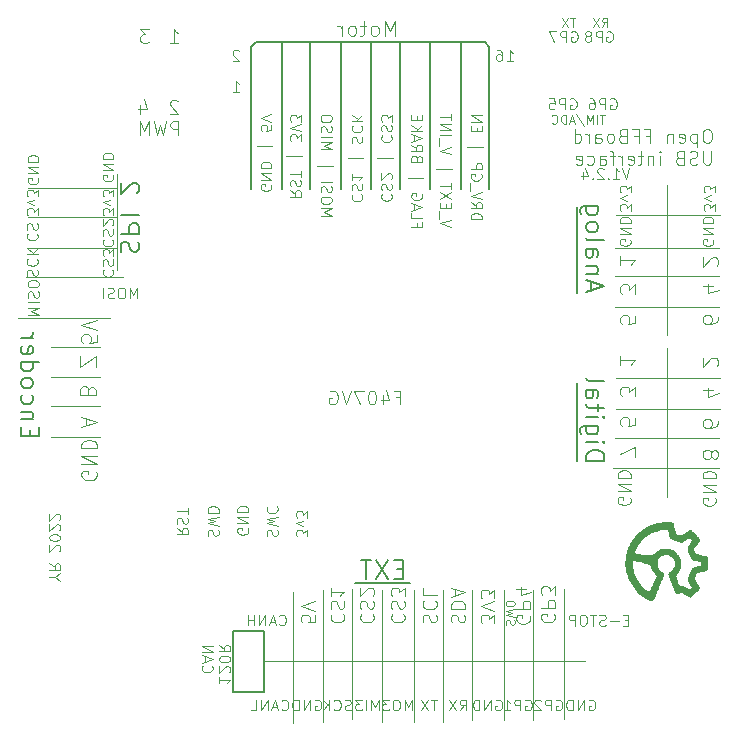
<source format=gbo>
G04 #@! TF.GenerationSoftware,KiCad,Pcbnew,(6.0.8)*
G04 #@! TF.CreationDate,2023-01-02T16:11:50+01:00*
G04 #@! TF.ProjectId,OpenFFBoard-main,4f70656e-4646-4426-9f61-72642d6d6169,1.2.4*
G04 #@! TF.SameCoordinates,Original*
G04 #@! TF.FileFunction,Legend,Bot*
G04 #@! TF.FilePolarity,Positive*
%FSLAX46Y46*%
G04 Gerber Fmt 4.6, Leading zero omitted, Abs format (unit mm)*
G04 Created by KiCad (PCBNEW (6.0.8)) date 2023-01-02 16:11:50*
%MOMM*%
%LPD*%
G01*
G04 APERTURE LIST*
G04 Aperture macros list*
%AMFreePoly0*
4,1,17,0.351552,0.797921,0.797921,0.351552,0.812800,0.315631,0.812800,-0.315631,0.797921,-0.351552,0.351552,-0.797921,0.315631,-0.812800,-0.315631,-0.812800,-0.351552,-0.797921,-0.797921,-0.351552,-0.812800,-0.315631,-0.812800,0.315631,-0.797921,0.351552,-0.351552,0.797921,-0.315631,0.812800,0.315631,0.812800,0.351552,0.797921,0.351552,0.797921,$1*%
G04 Aperture macros list end*
%ADD10C,0.101600*%
%ADD11C,0.100000*%
%ADD12C,0.152400*%
%ADD13C,0.200000*%
%ADD14C,0.112000*%
%ADD15C,0.080000*%
%ADD16C,0.136000*%
%ADD17C,0.104000*%
%ADD18C,0.065024*%
%ADD19C,0.096000*%
%ADD20FreePoly0,0.000000*%
%ADD21C,0.800000*%
%ADD22C,6.400000*%
%ADD23O,1.625600X3.149600*%
%ADD24C,0.650000*%
%ADD25O,2.101600X1.101600*%
%ADD26O,2.201600X1.151600*%
%ADD27O,3.149600X1.625600*%
%ADD28FreePoly0,90.000000*%
%ADD29FreePoly0,180.000000*%
%ADD30FreePoly0,270.000000*%
%ADD31C,1.524000*%
G04 APERTURE END LIST*
D10*
X157001100Y-135003600D02*
X157001100Y-124003600D01*
D11*
X120701100Y-89903600D02*
X119401100Y-89903600D01*
X121401100Y-111003600D02*
X125501100Y-111003600D01*
D10*
X177901100Y-97403600D02*
X169101100Y-97403600D01*
D12*
X148501100Y-77603600D02*
X148501100Y-90003600D01*
X143301100Y-77603600D02*
X143301100Y-90003600D01*
D11*
X121401100Y-105903600D02*
X125501100Y-105903600D01*
D13*
X165901100Y-98803600D02*
X165901100Y-91503600D01*
D10*
X149401100Y-135103600D02*
X149401100Y-124003600D01*
D11*
X120601100Y-97503600D02*
X119301100Y-97503600D01*
D10*
X173501100Y-116103600D02*
X173501100Y-103503600D01*
D11*
X120701100Y-92403600D02*
X119401100Y-92403600D01*
D10*
X127001100Y-88703600D02*
X127001100Y-95603600D01*
D11*
X121401100Y-103403600D02*
X125501100Y-103403600D01*
D10*
X152101100Y-130003600D02*
X159601100Y-130003600D01*
X139401100Y-130003600D02*
X152101100Y-130003600D01*
X178001100Y-108603600D02*
X169201100Y-108603600D01*
D12*
X150901100Y-77603600D02*
X148501100Y-77603600D01*
D11*
X126401100Y-100903600D02*
X118601100Y-100903600D01*
X122701100Y-100903600D02*
X121401100Y-100903600D01*
D12*
X145901100Y-77603600D02*
X143301100Y-77603600D01*
X150901100Y-77603600D02*
X150901100Y-90003600D01*
D10*
X173501100Y-102403600D02*
X173501100Y-89703600D01*
D11*
X121401100Y-108403600D02*
X125501100Y-108403600D01*
D12*
X156101100Y-77603600D02*
X153501100Y-77603600D01*
D10*
X141901100Y-135203600D02*
X141901100Y-124103600D01*
D12*
X156101100Y-77603600D02*
X156101100Y-90003600D01*
X145901100Y-77603600D02*
X145901100Y-90003600D01*
D10*
X159101100Y-130003600D02*
X166601100Y-130003600D01*
X177901100Y-95003600D02*
X169101100Y-95003600D01*
D12*
X158101100Y-77603600D02*
X158501100Y-78003600D01*
X140901100Y-77603600D02*
X140901100Y-90003600D01*
D11*
X127001100Y-95603600D02*
X127001100Y-96903600D01*
D10*
X159701100Y-135003600D02*
X159701100Y-124003600D01*
D13*
X165901100Y-113003600D02*
X165901100Y-106403600D01*
D12*
X156101100Y-77603600D02*
X158101100Y-77603600D01*
D10*
X154601100Y-135103600D02*
X154601100Y-124003600D01*
X178001100Y-92203600D02*
X169201100Y-92203600D01*
D12*
X138701100Y-77603600D02*
X138301100Y-78003600D01*
D10*
X169001100Y-113603600D02*
X177901100Y-113603600D01*
X164801100Y-134903600D02*
X164801100Y-123903600D01*
X178001100Y-106003600D02*
X169201100Y-106003600D01*
X177901100Y-100003600D02*
X169101100Y-100003600D01*
X177901100Y-111103600D02*
X169101100Y-111103600D01*
D12*
X153501100Y-77603600D02*
X150901100Y-77603600D01*
D13*
X151801100Y-123403600D02*
X147101100Y-123403600D01*
D12*
X138301100Y-78003600D02*
X138301100Y-90003600D01*
X140901100Y-77603600D02*
X138701100Y-77603600D01*
D10*
X126901100Y-92403600D02*
X120701100Y-92403600D01*
X127501100Y-97503600D02*
X120601100Y-97503600D01*
X162201100Y-135003600D02*
X162201100Y-124003600D01*
X126901100Y-89903600D02*
X120701100Y-89903600D01*
D12*
X158501100Y-78003600D02*
X158501100Y-90003600D01*
X136801100Y-127403600D02*
X139401100Y-127403600D01*
X139401100Y-127403600D02*
X139401100Y-132603600D01*
X139401100Y-132603600D02*
X136801100Y-132603600D01*
X136801100Y-132603600D02*
X136801100Y-127403600D01*
D10*
X152101100Y-130003600D02*
X152101100Y-124003600D01*
X126901100Y-95003600D02*
X120701100Y-95003600D01*
X144401100Y-135103600D02*
X144401100Y-124003600D01*
D11*
X120701100Y-95003600D02*
X119401100Y-95003600D01*
D10*
X152101100Y-130003600D02*
X152101100Y-135103600D01*
D12*
X153501100Y-77603600D02*
X153501100Y-90003600D01*
X143301100Y-77603600D02*
X140901100Y-77603600D01*
D10*
X146901100Y-134903600D02*
X146901100Y-123903600D01*
D12*
X148501100Y-77603600D02*
X145901100Y-77603600D01*
D14*
X124536000Y-107041200D02*
X124474666Y-106857200D01*
X124413333Y-106795866D01*
X124290666Y-106734533D01*
X124106666Y-106734533D01*
X123984000Y-106795866D01*
X123922666Y-106857200D01*
X123861333Y-106979866D01*
X123861333Y-107470533D01*
X125149333Y-107470533D01*
X125149333Y-107041200D01*
X125088000Y-106918533D01*
X125026666Y-106857200D01*
X124904000Y-106795866D01*
X124781333Y-106795866D01*
X124658666Y-106857200D01*
X124597333Y-106918533D01*
X124536000Y-107041200D01*
X124536000Y-107470533D01*
D15*
X168748147Y-82383600D02*
X168835766Y-82339790D01*
X168967195Y-82339790D01*
X169098623Y-82383600D01*
X169186242Y-82471219D01*
X169230052Y-82558838D01*
X169273861Y-82734076D01*
X169273861Y-82865504D01*
X169230052Y-83040742D01*
X169186242Y-83128361D01*
X169098623Y-83215980D01*
X168967195Y-83259790D01*
X168879576Y-83259790D01*
X168748147Y-83215980D01*
X168704338Y-83172171D01*
X168704338Y-82865504D01*
X168879576Y-82865504D01*
X168310052Y-83259790D02*
X168310052Y-82339790D01*
X167959576Y-82339790D01*
X167871957Y-82383600D01*
X167828147Y-82427409D01*
X167784338Y-82515028D01*
X167784338Y-82646457D01*
X167828147Y-82734076D01*
X167871957Y-82777885D01*
X167959576Y-82821695D01*
X168310052Y-82821695D01*
X166995766Y-82339790D02*
X167171004Y-82339790D01*
X167258623Y-82383600D01*
X167302433Y-82427409D01*
X167390052Y-82558838D01*
X167433861Y-82734076D01*
X167433861Y-83084552D01*
X167390052Y-83172171D01*
X167346242Y-83215980D01*
X167258623Y-83259790D01*
X167083385Y-83259790D01*
X166995766Y-83215980D01*
X166951957Y-83172171D01*
X166908147Y-83084552D01*
X166908147Y-82865504D01*
X166951957Y-82777885D01*
X166995766Y-82734076D01*
X167083385Y-82690266D01*
X167258623Y-82690266D01*
X167346242Y-82734076D01*
X167390052Y-82777885D01*
X167433861Y-82865504D01*
X168448147Y-76683600D02*
X168535766Y-76639790D01*
X168667195Y-76639790D01*
X168798623Y-76683600D01*
X168886242Y-76771219D01*
X168930052Y-76858838D01*
X168973861Y-77034076D01*
X168973861Y-77165504D01*
X168930052Y-77340742D01*
X168886242Y-77428361D01*
X168798623Y-77515980D01*
X168667195Y-77559790D01*
X168579576Y-77559790D01*
X168448147Y-77515980D01*
X168404338Y-77472171D01*
X168404338Y-77165504D01*
X168579576Y-77165504D01*
X168010052Y-77559790D02*
X168010052Y-76639790D01*
X167659576Y-76639790D01*
X167571957Y-76683600D01*
X167528147Y-76727409D01*
X167484338Y-76815028D01*
X167484338Y-76946457D01*
X167528147Y-77034076D01*
X167571957Y-77077885D01*
X167659576Y-77121695D01*
X168010052Y-77121695D01*
X166958623Y-77034076D02*
X167046242Y-76990266D01*
X167090052Y-76946457D01*
X167133861Y-76858838D01*
X167133861Y-76815028D01*
X167090052Y-76727409D01*
X167046242Y-76683600D01*
X166958623Y-76639790D01*
X166783385Y-76639790D01*
X166695766Y-76683600D01*
X166651957Y-76727409D01*
X166608147Y-76815028D01*
X166608147Y-76858838D01*
X166651957Y-76946457D01*
X166695766Y-76990266D01*
X166783385Y-77034076D01*
X166958623Y-77034076D01*
X167046242Y-77077885D01*
X167090052Y-77121695D01*
X167133861Y-77209314D01*
X167133861Y-77384552D01*
X167090052Y-77472171D01*
X167046242Y-77515980D01*
X166958623Y-77559790D01*
X166783385Y-77559790D01*
X166695766Y-77515980D01*
X166651957Y-77472171D01*
X166608147Y-77384552D01*
X166608147Y-77209314D01*
X166651957Y-77121695D01*
X166695766Y-77077885D01*
X166783385Y-77034076D01*
X140704338Y-126872171D02*
X140748147Y-126915980D01*
X140879576Y-126959790D01*
X140967195Y-126959790D01*
X141098623Y-126915980D01*
X141186242Y-126828361D01*
X141230052Y-126740742D01*
X141273861Y-126565504D01*
X141273861Y-126434076D01*
X141230052Y-126258838D01*
X141186242Y-126171219D01*
X141098623Y-126083600D01*
X140967195Y-126039790D01*
X140879576Y-126039790D01*
X140748147Y-126083600D01*
X140704338Y-126127409D01*
X140353861Y-126696933D02*
X139915766Y-126696933D01*
X140441480Y-126959790D02*
X140134814Y-126039790D01*
X139828147Y-126959790D01*
X139521480Y-126959790D02*
X139521480Y-126039790D01*
X138995766Y-126959790D01*
X138995766Y-126039790D01*
X138557671Y-126959790D02*
X138557671Y-126039790D01*
X138557671Y-126477885D02*
X138031957Y-126477885D01*
X138031957Y-126959790D02*
X138031957Y-126039790D01*
X155244909Y-93237504D02*
X154324909Y-92930838D01*
X155244909Y-92624171D01*
X154237290Y-92536552D02*
X154237290Y-91835600D01*
X154806814Y-91616552D02*
X154806814Y-91309885D01*
X154324909Y-91178457D02*
X154324909Y-91616552D01*
X155244909Y-91616552D01*
X155244909Y-91178457D01*
X155244909Y-90871790D02*
X154324909Y-90258457D01*
X155244909Y-90258457D02*
X154324909Y-90871790D01*
X155244909Y-90039409D02*
X155244909Y-89513695D01*
X154324909Y-89776552D02*
X155244909Y-89776552D01*
X154018242Y-88287028D02*
X155332528Y-88287028D01*
X155244909Y-87060361D02*
X154324909Y-86753695D01*
X155244909Y-86447028D01*
X154237290Y-86359409D02*
X154237290Y-85658457D01*
X154324909Y-85439409D02*
X155244909Y-85439409D01*
X154324909Y-85001314D02*
X155244909Y-85001314D01*
X154324909Y-84475600D01*
X155244909Y-84475600D01*
X155244909Y-84168933D02*
X155244909Y-83643219D01*
X154324909Y-83906076D02*
X155244909Y-83906076D01*
D16*
X119643714Y-110939219D02*
X119643714Y-110417885D01*
X118824476Y-110194457D02*
X118824476Y-110939219D01*
X120388476Y-110939219D01*
X120388476Y-110194457D01*
X119867142Y-109524171D02*
X118824476Y-109524171D01*
X119718190Y-109524171D02*
X119792666Y-109449695D01*
X119867142Y-109300742D01*
X119867142Y-109077314D01*
X119792666Y-108928361D01*
X119643714Y-108853885D01*
X118824476Y-108853885D01*
X118898952Y-107438838D02*
X118824476Y-107587790D01*
X118824476Y-107885695D01*
X118898952Y-108034647D01*
X118973428Y-108109123D01*
X119122380Y-108183600D01*
X119569238Y-108183600D01*
X119718190Y-108109123D01*
X119792666Y-108034647D01*
X119867142Y-107885695D01*
X119867142Y-107587790D01*
X119792666Y-107438838D01*
X118824476Y-106545123D02*
X118898952Y-106694076D01*
X118973428Y-106768552D01*
X119122380Y-106843028D01*
X119569238Y-106843028D01*
X119718190Y-106768552D01*
X119792666Y-106694076D01*
X119867142Y-106545123D01*
X119867142Y-106321695D01*
X119792666Y-106172742D01*
X119718190Y-106098266D01*
X119569238Y-106023790D01*
X119122380Y-106023790D01*
X118973428Y-106098266D01*
X118898952Y-106172742D01*
X118824476Y-106321695D01*
X118824476Y-106545123D01*
X118824476Y-104683219D02*
X120388476Y-104683219D01*
X118898952Y-104683219D02*
X118824476Y-104832171D01*
X118824476Y-105130076D01*
X118898952Y-105279028D01*
X118973428Y-105353504D01*
X119122380Y-105427980D01*
X119569238Y-105427980D01*
X119718190Y-105353504D01*
X119792666Y-105279028D01*
X119867142Y-105130076D01*
X119867142Y-104832171D01*
X119792666Y-104683219D01*
X118898952Y-103342647D02*
X118824476Y-103491600D01*
X118824476Y-103789504D01*
X118898952Y-103938457D01*
X119047904Y-104012933D01*
X119643714Y-104012933D01*
X119792666Y-103938457D01*
X119867142Y-103789504D01*
X119867142Y-103491600D01*
X119792666Y-103342647D01*
X119643714Y-103268171D01*
X119494761Y-103268171D01*
X119345809Y-104012933D01*
X118824476Y-102597885D02*
X119867142Y-102597885D01*
X119569238Y-102597885D02*
X119718190Y-102523409D01*
X119792666Y-102448933D01*
X119867142Y-102299980D01*
X119867142Y-102151028D01*
D14*
X170849333Y-112743200D02*
X170849333Y-111884533D01*
X169561333Y-112436533D01*
D15*
X140903238Y-134068571D02*
X140947047Y-134112380D01*
X141078476Y-134156190D01*
X141166095Y-134156190D01*
X141297523Y-134112380D01*
X141385142Y-134024761D01*
X141428952Y-133937142D01*
X141472761Y-133761904D01*
X141472761Y-133630476D01*
X141428952Y-133455238D01*
X141385142Y-133367619D01*
X141297523Y-133280000D01*
X141166095Y-133236190D01*
X141078476Y-133236190D01*
X140947047Y-133280000D01*
X140903238Y-133323809D01*
X140552761Y-133893333D02*
X140114666Y-133893333D01*
X140640380Y-134156190D02*
X140333714Y-133236190D01*
X140027047Y-134156190D01*
X139720380Y-134156190D02*
X139720380Y-133236190D01*
X139194666Y-134156190D01*
X139194666Y-133236190D01*
X138318476Y-134156190D02*
X138756571Y-134156190D01*
X138756571Y-133236190D01*
X141624909Y-90127028D02*
X142063004Y-90433695D01*
X141624909Y-90652742D02*
X142544909Y-90652742D01*
X142544909Y-90302266D01*
X142501100Y-90214647D01*
X142457290Y-90170838D01*
X142369671Y-90127028D01*
X142238242Y-90127028D01*
X142150623Y-90170838D01*
X142106814Y-90214647D01*
X142063004Y-90302266D01*
X142063004Y-90652742D01*
X141668719Y-89776552D02*
X141624909Y-89645123D01*
X141624909Y-89426076D01*
X141668719Y-89338457D01*
X141712528Y-89294647D01*
X141800147Y-89250838D01*
X141887766Y-89250838D01*
X141975385Y-89294647D01*
X142019195Y-89338457D01*
X142063004Y-89426076D01*
X142106814Y-89601314D01*
X142150623Y-89688933D01*
X142194433Y-89732742D01*
X142282052Y-89776552D01*
X142369671Y-89776552D01*
X142457290Y-89732742D01*
X142501100Y-89688933D01*
X142544909Y-89601314D01*
X142544909Y-89382266D01*
X142501100Y-89250838D01*
X142544909Y-88987980D02*
X142544909Y-88462266D01*
X141624909Y-88725123D02*
X142544909Y-88725123D01*
X141318242Y-87235600D02*
X142632528Y-87235600D01*
X142544909Y-85965123D02*
X142544909Y-85395600D01*
X142194433Y-85702266D01*
X142194433Y-85570838D01*
X142150623Y-85483219D01*
X142106814Y-85439409D01*
X142019195Y-85395600D01*
X141800147Y-85395600D01*
X141712528Y-85439409D01*
X141668719Y-85483219D01*
X141624909Y-85570838D01*
X141624909Y-85833695D01*
X141668719Y-85921314D01*
X141712528Y-85965123D01*
X142544909Y-85132742D02*
X141624909Y-84826076D01*
X142544909Y-84519409D01*
X142544909Y-84300361D02*
X142544909Y-83730838D01*
X142194433Y-84037504D01*
X142194433Y-83906076D01*
X142150623Y-83818457D01*
X142106814Y-83774647D01*
X142019195Y-83730838D01*
X141800147Y-83730838D01*
X141712528Y-83774647D01*
X141668719Y-83818457D01*
X141624909Y-83906076D01*
X141624909Y-84168933D01*
X141668719Y-84256552D01*
X141712528Y-84300361D01*
D10*
X132156869Y-85447961D02*
X132156869Y-84279561D01*
X131711764Y-84279561D01*
X131600488Y-84335200D01*
X131544850Y-84390838D01*
X131489212Y-84502114D01*
X131489212Y-84669028D01*
X131544850Y-84780304D01*
X131600488Y-84835942D01*
X131711764Y-84891580D01*
X132156869Y-84891580D01*
X131099745Y-84279561D02*
X130821555Y-85447961D01*
X130599002Y-84613390D01*
X130376450Y-85447961D01*
X130098260Y-84279561D01*
X129653155Y-85447961D02*
X129653155Y-84279561D01*
X129263688Y-85114133D01*
X128874221Y-84279561D01*
X128874221Y-85447961D01*
D15*
X159047047Y-133280000D02*
X159134666Y-133236190D01*
X159266095Y-133236190D01*
X159397523Y-133280000D01*
X159485142Y-133367619D01*
X159528952Y-133455238D01*
X159572761Y-133630476D01*
X159572761Y-133761904D01*
X159528952Y-133937142D01*
X159485142Y-134024761D01*
X159397523Y-134112380D01*
X159266095Y-134156190D01*
X159178476Y-134156190D01*
X159047047Y-134112380D01*
X159003238Y-134068571D01*
X159003238Y-133761904D01*
X159178476Y-133761904D01*
X158608952Y-134156190D02*
X158608952Y-133236190D01*
X158083238Y-134156190D01*
X158083238Y-133236190D01*
X157645142Y-134156190D02*
X157645142Y-133236190D01*
X157426095Y-133236190D01*
X157294666Y-133280000D01*
X157207047Y-133367619D01*
X157163238Y-133455238D01*
X157119428Y-133630476D01*
X157119428Y-133761904D01*
X157163238Y-133937142D01*
X157207047Y-134024761D01*
X157294666Y-134112380D01*
X157426095Y-134156190D01*
X157645142Y-134156190D01*
X177563809Y-91866571D02*
X177563809Y-91297047D01*
X177213333Y-91603714D01*
X177213333Y-91472285D01*
X177169523Y-91384666D01*
X177125714Y-91340857D01*
X177038095Y-91297047D01*
X176819047Y-91297047D01*
X176731428Y-91340857D01*
X176687619Y-91384666D01*
X176643809Y-91472285D01*
X176643809Y-91735142D01*
X176687619Y-91822761D01*
X176731428Y-91866571D01*
X177257142Y-90990380D02*
X176643809Y-90771333D01*
X177257142Y-90552285D01*
X177563809Y-90289428D02*
X177563809Y-89719904D01*
X177213333Y-90026571D01*
X177213333Y-89895142D01*
X177169523Y-89807523D01*
X177125714Y-89763714D01*
X177038095Y-89719904D01*
X176819047Y-89719904D01*
X176731428Y-89763714D01*
X176687619Y-89807523D01*
X176643809Y-89895142D01*
X176643809Y-90158000D01*
X176687619Y-90245619D01*
X176731428Y-90289428D01*
D14*
X150521633Y-77042266D02*
X150521633Y-75754266D01*
X150092300Y-76674266D01*
X149662966Y-75754266D01*
X149662966Y-77042266D01*
X148865633Y-77042266D02*
X148988300Y-76980933D01*
X149049633Y-76919600D01*
X149110966Y-76796933D01*
X149110966Y-76428933D01*
X149049633Y-76306266D01*
X148988300Y-76244933D01*
X148865633Y-76183600D01*
X148681633Y-76183600D01*
X148558966Y-76244933D01*
X148497633Y-76306266D01*
X148436300Y-76428933D01*
X148436300Y-76796933D01*
X148497633Y-76919600D01*
X148558966Y-76980933D01*
X148681633Y-77042266D01*
X148865633Y-77042266D01*
X148068300Y-76183600D02*
X147577633Y-76183600D01*
X147884300Y-75754266D02*
X147884300Y-76858266D01*
X147822966Y-76980933D01*
X147700300Y-77042266D01*
X147577633Y-77042266D01*
X146964300Y-77042266D02*
X147086966Y-76980933D01*
X147148300Y-76919600D01*
X147209633Y-76796933D01*
X147209633Y-76428933D01*
X147148300Y-76306266D01*
X147086966Y-76244933D01*
X146964300Y-76183600D01*
X146780300Y-76183600D01*
X146657633Y-76244933D01*
X146596300Y-76306266D01*
X146534966Y-76428933D01*
X146534966Y-76796933D01*
X146596300Y-76919600D01*
X146657633Y-76980933D01*
X146780300Y-77042266D01*
X146964300Y-77042266D01*
X145982966Y-77042266D02*
X145982966Y-76183600D01*
X145982966Y-76428933D02*
X145921633Y-76306266D01*
X145860300Y-76244933D01*
X145737633Y-76183600D01*
X145614966Y-76183600D01*
D15*
X170463809Y-91866571D02*
X170463809Y-91297047D01*
X170113333Y-91603714D01*
X170113333Y-91472285D01*
X170069523Y-91384666D01*
X170025714Y-91340857D01*
X169938095Y-91297047D01*
X169719047Y-91297047D01*
X169631428Y-91340857D01*
X169587619Y-91384666D01*
X169543809Y-91472285D01*
X169543809Y-91735142D01*
X169587619Y-91822761D01*
X169631428Y-91866571D01*
X170157142Y-90990380D02*
X169543809Y-90771333D01*
X170157142Y-90552285D01*
X170463809Y-90289428D02*
X170463809Y-89719904D01*
X170113333Y-90026571D01*
X170113333Y-89895142D01*
X170069523Y-89807523D01*
X170025714Y-89763714D01*
X169938095Y-89719904D01*
X169719047Y-89719904D01*
X169631428Y-89763714D01*
X169587619Y-89807523D01*
X169543809Y-89895142D01*
X169543809Y-90158000D01*
X169587619Y-90245619D01*
X169631428Y-90289428D01*
X144224909Y-92273695D02*
X145144909Y-92273695D01*
X144487766Y-91967028D01*
X145144909Y-91660361D01*
X144224909Y-91660361D01*
X145144909Y-91047028D02*
X145144909Y-90871790D01*
X145101100Y-90784171D01*
X145013480Y-90696552D01*
X144838242Y-90652742D01*
X144531576Y-90652742D01*
X144356338Y-90696552D01*
X144268719Y-90784171D01*
X144224909Y-90871790D01*
X144224909Y-91047028D01*
X144268719Y-91134647D01*
X144356338Y-91222266D01*
X144531576Y-91266076D01*
X144838242Y-91266076D01*
X145013480Y-91222266D01*
X145101100Y-91134647D01*
X145144909Y-91047028D01*
X144268719Y-90302266D02*
X144224909Y-90170838D01*
X144224909Y-89951790D01*
X144268719Y-89864171D01*
X144312528Y-89820361D01*
X144400147Y-89776552D01*
X144487766Y-89776552D01*
X144575385Y-89820361D01*
X144619195Y-89864171D01*
X144663004Y-89951790D01*
X144706814Y-90127028D01*
X144750623Y-90214647D01*
X144794433Y-90258457D01*
X144882052Y-90302266D01*
X144969671Y-90302266D01*
X145057290Y-90258457D01*
X145101100Y-90214647D01*
X145144909Y-90127028D01*
X145144909Y-89907980D01*
X145101100Y-89776552D01*
X144224909Y-89382266D02*
X145144909Y-89382266D01*
X143918242Y-88024171D02*
X145232528Y-88024171D01*
X144224909Y-86666076D02*
X145144909Y-86666076D01*
X144487766Y-86359409D01*
X145144909Y-86052742D01*
X144224909Y-86052742D01*
X144224909Y-85614647D02*
X145144909Y-85614647D01*
X144268719Y-85220361D02*
X144224909Y-85088933D01*
X144224909Y-84869885D01*
X144268719Y-84782266D01*
X144312528Y-84738457D01*
X144400147Y-84694647D01*
X144487766Y-84694647D01*
X144575385Y-84738457D01*
X144619195Y-84782266D01*
X144663004Y-84869885D01*
X144706814Y-85045123D01*
X144750623Y-85132742D01*
X144794433Y-85176552D01*
X144882052Y-85220361D01*
X144969671Y-85220361D01*
X145057290Y-85176552D01*
X145101100Y-85132742D01*
X145144909Y-85045123D01*
X145144909Y-84826076D01*
X145101100Y-84694647D01*
X145144909Y-84125123D02*
X145144909Y-83949885D01*
X145101100Y-83862266D01*
X145013480Y-83774647D01*
X144838242Y-83730838D01*
X144531576Y-83730838D01*
X144356338Y-83774647D01*
X144268719Y-83862266D01*
X144224909Y-83949885D01*
X144224909Y-84125123D01*
X144268719Y-84212742D01*
X144356338Y-84300361D01*
X144531576Y-84344171D01*
X144838242Y-84344171D01*
X145013480Y-84300361D01*
X145101100Y-84212742D01*
X145144909Y-84125123D01*
X164147047Y-133280000D02*
X164234666Y-133236190D01*
X164366095Y-133236190D01*
X164497523Y-133280000D01*
X164585142Y-133367619D01*
X164628952Y-133455238D01*
X164672761Y-133630476D01*
X164672761Y-133761904D01*
X164628952Y-133937142D01*
X164585142Y-134024761D01*
X164497523Y-134112380D01*
X164366095Y-134156190D01*
X164278476Y-134156190D01*
X164147047Y-134112380D01*
X164103238Y-134068571D01*
X164103238Y-133761904D01*
X164278476Y-133761904D01*
X163708952Y-134156190D02*
X163708952Y-133236190D01*
X163358476Y-133236190D01*
X163270857Y-133280000D01*
X163227047Y-133323809D01*
X163183238Y-133411428D01*
X163183238Y-133542857D01*
X163227047Y-133630476D01*
X163270857Y-133674285D01*
X163358476Y-133718095D01*
X163708952Y-133718095D01*
X162832761Y-133323809D02*
X162788952Y-133280000D01*
X162701333Y-133236190D01*
X162482285Y-133236190D01*
X162394666Y-133280000D01*
X162350857Y-133323809D01*
X162307047Y-133411428D01*
X162307047Y-133499047D01*
X162350857Y-133630476D01*
X162876571Y-134156190D01*
X162307047Y-134156190D01*
X125831428Y-96853238D02*
X125787619Y-96897047D01*
X125743809Y-97028476D01*
X125743809Y-97116095D01*
X125787619Y-97247523D01*
X125875238Y-97335142D01*
X125962857Y-97378952D01*
X126138095Y-97422761D01*
X126269523Y-97422761D01*
X126444761Y-97378952D01*
X126532380Y-97335142D01*
X126620000Y-97247523D01*
X126663809Y-97116095D01*
X126663809Y-97028476D01*
X126620000Y-96897047D01*
X126576190Y-96853238D01*
X125787619Y-96502761D02*
X125743809Y-96371333D01*
X125743809Y-96152285D01*
X125787619Y-96064666D01*
X125831428Y-96020857D01*
X125919047Y-95977047D01*
X126006666Y-95977047D01*
X126094285Y-96020857D01*
X126138095Y-96064666D01*
X126181904Y-96152285D01*
X126225714Y-96327523D01*
X126269523Y-96415142D01*
X126313333Y-96458952D01*
X126400952Y-96502761D01*
X126488571Y-96502761D01*
X126576190Y-96458952D01*
X126620000Y-96415142D01*
X126663809Y-96327523D01*
X126663809Y-96108476D01*
X126620000Y-95977047D01*
X126663809Y-95670380D02*
X126663809Y-95100857D01*
X126313333Y-95407523D01*
X126313333Y-95276095D01*
X126269523Y-95188476D01*
X126225714Y-95144666D01*
X126138095Y-95100857D01*
X125919047Y-95100857D01*
X125831428Y-95144666D01*
X125787619Y-95188476D01*
X125743809Y-95276095D01*
X125743809Y-95538952D01*
X125787619Y-95626571D01*
X125831428Y-95670380D01*
X134688719Y-119376361D02*
X134644909Y-119244933D01*
X134644909Y-119025885D01*
X134688719Y-118938266D01*
X134732528Y-118894457D01*
X134820147Y-118850647D01*
X134907766Y-118850647D01*
X134995385Y-118894457D01*
X135039195Y-118938266D01*
X135083004Y-119025885D01*
X135126814Y-119201123D01*
X135170623Y-119288742D01*
X135214433Y-119332552D01*
X135302052Y-119376361D01*
X135389671Y-119376361D01*
X135477290Y-119332552D01*
X135521100Y-119288742D01*
X135564909Y-119201123D01*
X135564909Y-118982076D01*
X135521100Y-118850647D01*
X135564909Y-118543980D02*
X134644909Y-118324933D01*
X135302052Y-118149695D01*
X134644909Y-117974457D01*
X135564909Y-117755409D01*
X134644909Y-117404933D02*
X135564909Y-117404933D01*
X135564909Y-117185885D01*
X135521100Y-117054457D01*
X135433480Y-116966838D01*
X135345861Y-116923028D01*
X135170623Y-116879219D01*
X135039195Y-116879219D01*
X134863957Y-116923028D01*
X134776338Y-116966838D01*
X134688719Y-117054457D01*
X134644909Y-117185885D01*
X134644909Y-117404933D01*
X152356814Y-92930838D02*
X152356814Y-93237504D01*
X151874909Y-93237504D02*
X152794909Y-93237504D01*
X152794909Y-92799409D01*
X151874909Y-92010838D02*
X151874909Y-92448933D01*
X152794909Y-92448933D01*
X152137766Y-91747980D02*
X152137766Y-91309885D01*
X151874909Y-91835600D02*
X152794909Y-91528933D01*
X151874909Y-91222266D01*
X152751100Y-90433695D02*
X152794909Y-90521314D01*
X152794909Y-90652742D01*
X152751100Y-90784171D01*
X152663480Y-90871790D01*
X152575861Y-90915600D01*
X152400623Y-90959409D01*
X152269195Y-90959409D01*
X152093957Y-90915600D01*
X152006338Y-90871790D01*
X151918719Y-90784171D01*
X151874909Y-90652742D01*
X151874909Y-90565123D01*
X151918719Y-90433695D01*
X151962528Y-90389885D01*
X152269195Y-90389885D01*
X152269195Y-90565123D01*
X151568242Y-89075600D02*
X152882528Y-89075600D01*
X152356814Y-87410838D02*
X152313004Y-87279409D01*
X152269195Y-87235600D01*
X152181576Y-87191790D01*
X152050147Y-87191790D01*
X151962528Y-87235600D01*
X151918719Y-87279409D01*
X151874909Y-87367028D01*
X151874909Y-87717504D01*
X152794909Y-87717504D01*
X152794909Y-87410838D01*
X152751100Y-87323219D01*
X152707290Y-87279409D01*
X152619671Y-87235600D01*
X152532052Y-87235600D01*
X152444433Y-87279409D01*
X152400623Y-87323219D01*
X152356814Y-87410838D01*
X152356814Y-87717504D01*
X151874909Y-86271790D02*
X152313004Y-86578457D01*
X151874909Y-86797504D02*
X152794909Y-86797504D01*
X152794909Y-86447028D01*
X152751100Y-86359409D01*
X152707290Y-86315600D01*
X152619671Y-86271790D01*
X152488242Y-86271790D01*
X152400623Y-86315600D01*
X152356814Y-86359409D01*
X152313004Y-86447028D01*
X152313004Y-86797504D01*
X152137766Y-85921314D02*
X152137766Y-85483219D01*
X151874909Y-86008933D02*
X152794909Y-85702266D01*
X151874909Y-85395600D01*
X151874909Y-85088933D02*
X152794909Y-85088933D01*
X151874909Y-84563219D02*
X152400623Y-84957504D01*
X152794909Y-84563219D02*
X152269195Y-85088933D01*
X152356814Y-84168933D02*
X152356814Y-83862266D01*
X151874909Y-83730838D02*
X151874909Y-84168933D01*
X152794909Y-84168933D01*
X152794909Y-83730838D01*
X121683004Y-122857314D02*
X121244909Y-122857314D01*
X122164909Y-123163980D02*
X121683004Y-122857314D01*
X122164909Y-122550647D01*
X121244909Y-121718266D02*
X121683004Y-122024933D01*
X121244909Y-122243980D02*
X122164909Y-122243980D01*
X122164909Y-121893504D01*
X122121100Y-121805885D01*
X122077290Y-121762076D01*
X121989671Y-121718266D01*
X121858242Y-121718266D01*
X121770623Y-121762076D01*
X121726814Y-121805885D01*
X121683004Y-121893504D01*
X121683004Y-122243980D01*
X122077290Y-120666838D02*
X122121100Y-120623028D01*
X122164909Y-120535409D01*
X122164909Y-120316361D01*
X122121100Y-120228742D01*
X122077290Y-120184933D01*
X121989671Y-120141123D01*
X121902052Y-120141123D01*
X121770623Y-120184933D01*
X121244909Y-120710647D01*
X121244909Y-120141123D01*
X122164909Y-119571600D02*
X122164909Y-119483980D01*
X122121100Y-119396361D01*
X122077290Y-119352552D01*
X121989671Y-119308742D01*
X121814433Y-119264933D01*
X121595385Y-119264933D01*
X121420147Y-119308742D01*
X121332528Y-119352552D01*
X121288719Y-119396361D01*
X121244909Y-119483980D01*
X121244909Y-119571600D01*
X121288719Y-119659219D01*
X121332528Y-119703028D01*
X121420147Y-119746838D01*
X121595385Y-119790647D01*
X121814433Y-119790647D01*
X121989671Y-119746838D01*
X122077290Y-119703028D01*
X122121100Y-119659219D01*
X122164909Y-119571600D01*
X122077290Y-118914457D02*
X122121100Y-118870647D01*
X122164909Y-118783028D01*
X122164909Y-118563980D01*
X122121100Y-118476361D01*
X122077290Y-118432552D01*
X121989671Y-118388742D01*
X121902052Y-118388742D01*
X121770623Y-118432552D01*
X121244909Y-118958266D01*
X121244909Y-118388742D01*
X122077290Y-118038266D02*
X122121100Y-117994457D01*
X122164909Y-117906838D01*
X122164909Y-117687790D01*
X122121100Y-117600171D01*
X122077290Y-117556361D01*
X121989671Y-117512552D01*
X121902052Y-117512552D01*
X121770623Y-117556361D01*
X121244909Y-118082076D01*
X121244909Y-117512552D01*
D17*
X161897100Y-126124761D02*
X161954052Y-126238666D01*
X161954052Y-126409523D01*
X161897100Y-126580380D01*
X161783195Y-126694285D01*
X161669290Y-126751238D01*
X161441480Y-126808190D01*
X161270623Y-126808190D01*
X161042814Y-126751238D01*
X160928909Y-126694285D01*
X160815004Y-126580380D01*
X160758052Y-126409523D01*
X160758052Y-126295619D01*
X160815004Y-126124761D01*
X160871957Y-126067809D01*
X161270623Y-126067809D01*
X161270623Y-126295619D01*
X160758052Y-125555238D02*
X161954052Y-125555238D01*
X161954052Y-125099619D01*
X161897100Y-124985714D01*
X161840147Y-124928761D01*
X161726242Y-124871809D01*
X161555385Y-124871809D01*
X161441480Y-124928761D01*
X161384528Y-124985714D01*
X161327576Y-125099619D01*
X161327576Y-125555238D01*
X161555385Y-123846666D02*
X160758052Y-123846666D01*
X162011004Y-124131428D02*
X161156719Y-124416190D01*
X161156719Y-123675809D01*
D10*
X131444850Y-77647961D02*
X132112507Y-77647961D01*
X131778679Y-77647961D02*
X131778679Y-76479561D01*
X131889955Y-76646476D01*
X132001231Y-76757752D01*
X132112507Y-76813390D01*
D14*
X169561333Y-104145866D02*
X169561333Y-104881866D01*
X169561333Y-104513866D02*
X170849333Y-104513866D01*
X170665333Y-104636533D01*
X170542666Y-104759200D01*
X170481333Y-104881866D01*
D15*
X143747047Y-133280000D02*
X143834666Y-133236190D01*
X143966095Y-133236190D01*
X144097523Y-133280000D01*
X144185142Y-133367619D01*
X144228952Y-133455238D01*
X144272761Y-133630476D01*
X144272761Y-133761904D01*
X144228952Y-133937142D01*
X144185142Y-134024761D01*
X144097523Y-134112380D01*
X143966095Y-134156190D01*
X143878476Y-134156190D01*
X143747047Y-134112380D01*
X143703238Y-134068571D01*
X143703238Y-133761904D01*
X143878476Y-133761904D01*
X143308952Y-134156190D02*
X143308952Y-133236190D01*
X142783238Y-134156190D01*
X142783238Y-133236190D01*
X142345142Y-134156190D02*
X142345142Y-133236190D01*
X142126095Y-133236190D01*
X141994666Y-133280000D01*
X141907047Y-133367619D01*
X141863238Y-133455238D01*
X141819428Y-133630476D01*
X141819428Y-133761904D01*
X141863238Y-133937142D01*
X141907047Y-134024761D01*
X141994666Y-134112380D01*
X142126095Y-134156190D01*
X142345142Y-134156190D01*
X151928952Y-134156190D02*
X151928952Y-133236190D01*
X151622285Y-133893333D01*
X151315619Y-133236190D01*
X151315619Y-134156190D01*
X150702285Y-133236190D02*
X150527047Y-133236190D01*
X150439428Y-133280000D01*
X150351809Y-133367619D01*
X150308000Y-133542857D01*
X150308000Y-133849523D01*
X150351809Y-134024761D01*
X150439428Y-134112380D01*
X150527047Y-134156190D01*
X150702285Y-134156190D01*
X150789904Y-134112380D01*
X150877523Y-134024761D01*
X150921333Y-133849523D01*
X150921333Y-133542857D01*
X150877523Y-133367619D01*
X150789904Y-133280000D01*
X150702285Y-133236190D01*
X150001333Y-133236190D02*
X149431809Y-133236190D01*
X149738476Y-133586666D01*
X149607047Y-133586666D01*
X149519428Y-133630476D01*
X149475619Y-133674285D01*
X149431809Y-133761904D01*
X149431809Y-133980952D01*
X149475619Y-134068571D01*
X149519428Y-134112380D01*
X149607047Y-134156190D01*
X149869904Y-134156190D01*
X149957523Y-134112380D01*
X150001333Y-134068571D01*
D16*
X166675576Y-113029504D02*
X168239576Y-113029504D01*
X168239576Y-112657123D01*
X168165100Y-112433695D01*
X168016147Y-112284742D01*
X167867195Y-112210266D01*
X167569290Y-112135790D01*
X167345861Y-112135790D01*
X167047957Y-112210266D01*
X166899004Y-112284742D01*
X166750052Y-112433695D01*
X166675576Y-112657123D01*
X166675576Y-113029504D01*
X166675576Y-111465504D02*
X167718242Y-111465504D01*
X168239576Y-111465504D02*
X168165100Y-111539980D01*
X168090623Y-111465504D01*
X168165100Y-111391028D01*
X168239576Y-111465504D01*
X168090623Y-111465504D01*
X167718242Y-110050457D02*
X166452147Y-110050457D01*
X166303195Y-110124933D01*
X166228719Y-110199409D01*
X166154242Y-110348361D01*
X166154242Y-110571790D01*
X166228719Y-110720742D01*
X166750052Y-110050457D02*
X166675576Y-110199409D01*
X166675576Y-110497314D01*
X166750052Y-110646266D01*
X166824528Y-110720742D01*
X166973480Y-110795219D01*
X167420338Y-110795219D01*
X167569290Y-110720742D01*
X167643766Y-110646266D01*
X167718242Y-110497314D01*
X167718242Y-110199409D01*
X167643766Y-110050457D01*
X166675576Y-109305695D02*
X167718242Y-109305695D01*
X168239576Y-109305695D02*
X168165100Y-109380171D01*
X168090623Y-109305695D01*
X168165100Y-109231219D01*
X168239576Y-109305695D01*
X168090623Y-109305695D01*
X167718242Y-108784361D02*
X167718242Y-108188552D01*
X168239576Y-108560933D02*
X166899004Y-108560933D01*
X166750052Y-108486457D01*
X166675576Y-108337504D01*
X166675576Y-108188552D01*
X166675576Y-106996933D02*
X167494814Y-106996933D01*
X167643766Y-107071409D01*
X167718242Y-107220361D01*
X167718242Y-107518266D01*
X167643766Y-107667219D01*
X166750052Y-106996933D02*
X166675576Y-107145885D01*
X166675576Y-107518266D01*
X166750052Y-107667219D01*
X166899004Y-107741695D01*
X167047957Y-107741695D01*
X167196909Y-107667219D01*
X167271385Y-107518266D01*
X167271385Y-107145885D01*
X167345861Y-106996933D01*
X166675576Y-106028742D02*
X166750052Y-106177695D01*
X166899004Y-106252171D01*
X168239576Y-106252171D01*
D18*
X159924540Y-126918900D02*
X159888932Y-126812075D01*
X159888932Y-126634033D01*
X159924540Y-126562817D01*
X159960149Y-126527208D01*
X160031365Y-126491600D01*
X160102582Y-126491600D01*
X160173799Y-126527208D01*
X160209407Y-126562817D01*
X160245016Y-126634033D01*
X160280624Y-126776467D01*
X160316232Y-126847684D01*
X160351841Y-126883292D01*
X160423058Y-126918900D01*
X160494274Y-126918900D01*
X160565491Y-126883292D01*
X160601100Y-126847684D01*
X160636708Y-126776467D01*
X160636708Y-126598425D01*
X160601100Y-126491600D01*
X160636708Y-126242341D02*
X159888932Y-126064299D01*
X160423058Y-125921866D01*
X159888932Y-125779432D01*
X160636708Y-125601390D01*
X160636708Y-125174090D02*
X160636708Y-125031656D01*
X160601100Y-124960439D01*
X160529883Y-124889223D01*
X160387449Y-124853614D01*
X160138191Y-124853614D01*
X159995757Y-124889223D01*
X159924540Y-124960439D01*
X159888932Y-125031656D01*
X159888932Y-125174090D01*
X159924540Y-125245306D01*
X159995757Y-125316523D01*
X160138191Y-125352132D01*
X160387449Y-125352132D01*
X160529883Y-125316523D01*
X160601100Y-125245306D01*
X160636708Y-125174090D01*
D15*
X120270000Y-89097047D02*
X120313809Y-89184666D01*
X120313809Y-89316095D01*
X120270000Y-89447523D01*
X120182380Y-89535142D01*
X120094761Y-89578952D01*
X119919523Y-89622761D01*
X119788095Y-89622761D01*
X119612857Y-89578952D01*
X119525238Y-89535142D01*
X119437619Y-89447523D01*
X119393809Y-89316095D01*
X119393809Y-89228476D01*
X119437619Y-89097047D01*
X119481428Y-89053238D01*
X119788095Y-89053238D01*
X119788095Y-89228476D01*
X119393809Y-88658952D02*
X120313809Y-88658952D01*
X119393809Y-88133238D01*
X120313809Y-88133238D01*
X119393809Y-87695142D02*
X120313809Y-87695142D01*
X120313809Y-87476095D01*
X120270000Y-87344666D01*
X120182380Y-87257047D01*
X120094761Y-87213238D01*
X119919523Y-87169428D01*
X119788095Y-87169428D01*
X119612857Y-87213238D01*
X119525238Y-87257047D01*
X119437619Y-87344666D01*
X119393809Y-87476095D01*
X119393809Y-87695142D01*
D14*
X177297333Y-112586533D02*
X177358666Y-112709200D01*
X177420000Y-112770533D01*
X177542666Y-112831866D01*
X177604000Y-112831866D01*
X177726666Y-112770533D01*
X177788000Y-112709200D01*
X177849333Y-112586533D01*
X177849333Y-112341200D01*
X177788000Y-112218533D01*
X177726666Y-112157200D01*
X177604000Y-112095866D01*
X177542666Y-112095866D01*
X177420000Y-112157200D01*
X177358666Y-112218533D01*
X177297333Y-112341200D01*
X177297333Y-112586533D01*
X177236000Y-112709200D01*
X177174666Y-112770533D01*
X177052000Y-112831866D01*
X176806666Y-112831866D01*
X176684000Y-112770533D01*
X176622666Y-112709200D01*
X176561333Y-112586533D01*
X176561333Y-112341200D01*
X176622666Y-112218533D01*
X176684000Y-112157200D01*
X176806666Y-112095866D01*
X177052000Y-112095866D01*
X177174666Y-112157200D01*
X177236000Y-112218533D01*
X177297333Y-112341200D01*
D11*
X177043242Y-84947338D02*
X176824195Y-84947338D01*
X176714671Y-85002100D01*
X176605147Y-85111623D01*
X176550385Y-85330671D01*
X176550385Y-85714004D01*
X176605147Y-85933052D01*
X176714671Y-86042576D01*
X176824195Y-86097338D01*
X177043242Y-86097338D01*
X177152766Y-86042576D01*
X177262290Y-85933052D01*
X177317052Y-85714004D01*
X177317052Y-85330671D01*
X177262290Y-85111623D01*
X177152766Y-85002100D01*
X177043242Y-84947338D01*
X176057528Y-85330671D02*
X176057528Y-86480671D01*
X176057528Y-85385433D02*
X175948004Y-85330671D01*
X175728957Y-85330671D01*
X175619433Y-85385433D01*
X175564671Y-85440195D01*
X175509909Y-85549719D01*
X175509909Y-85878290D01*
X175564671Y-85987814D01*
X175619433Y-86042576D01*
X175728957Y-86097338D01*
X175948004Y-86097338D01*
X176057528Y-86042576D01*
X174578957Y-86042576D02*
X174688480Y-86097338D01*
X174907528Y-86097338D01*
X175017052Y-86042576D01*
X175071814Y-85933052D01*
X175071814Y-85494957D01*
X175017052Y-85385433D01*
X174907528Y-85330671D01*
X174688480Y-85330671D01*
X174578957Y-85385433D01*
X174524195Y-85494957D01*
X174524195Y-85604480D01*
X175071814Y-85714004D01*
X174031338Y-85330671D02*
X174031338Y-86097338D01*
X174031338Y-85440195D02*
X173976576Y-85385433D01*
X173867052Y-85330671D01*
X173702766Y-85330671D01*
X173593242Y-85385433D01*
X173538480Y-85494957D01*
X173538480Y-86097338D01*
X171731338Y-85494957D02*
X172114671Y-85494957D01*
X172114671Y-86097338D02*
X172114671Y-84947338D01*
X171567052Y-84947338D01*
X170745623Y-85494957D02*
X171128957Y-85494957D01*
X171128957Y-86097338D02*
X171128957Y-84947338D01*
X170581338Y-84947338D01*
X169759909Y-85494957D02*
X169595623Y-85549719D01*
X169540861Y-85604480D01*
X169486100Y-85714004D01*
X169486100Y-85878290D01*
X169540861Y-85987814D01*
X169595623Y-86042576D01*
X169705147Y-86097338D01*
X170143242Y-86097338D01*
X170143242Y-84947338D01*
X169759909Y-84947338D01*
X169650385Y-85002100D01*
X169595623Y-85056861D01*
X169540861Y-85166385D01*
X169540861Y-85275909D01*
X169595623Y-85385433D01*
X169650385Y-85440195D01*
X169759909Y-85494957D01*
X170143242Y-85494957D01*
X168828957Y-86097338D02*
X168938480Y-86042576D01*
X168993242Y-85987814D01*
X169048004Y-85878290D01*
X169048004Y-85549719D01*
X168993242Y-85440195D01*
X168938480Y-85385433D01*
X168828957Y-85330671D01*
X168664671Y-85330671D01*
X168555147Y-85385433D01*
X168500385Y-85440195D01*
X168445623Y-85549719D01*
X168445623Y-85878290D01*
X168500385Y-85987814D01*
X168555147Y-86042576D01*
X168664671Y-86097338D01*
X168828957Y-86097338D01*
X167459909Y-86097338D02*
X167459909Y-85494957D01*
X167514671Y-85385433D01*
X167624195Y-85330671D01*
X167843242Y-85330671D01*
X167952766Y-85385433D01*
X167459909Y-86042576D02*
X167569433Y-86097338D01*
X167843242Y-86097338D01*
X167952766Y-86042576D01*
X168007528Y-85933052D01*
X168007528Y-85823528D01*
X167952766Y-85714004D01*
X167843242Y-85659242D01*
X167569433Y-85659242D01*
X167459909Y-85604480D01*
X166912290Y-86097338D02*
X166912290Y-85330671D01*
X166912290Y-85549719D02*
X166857528Y-85440195D01*
X166802766Y-85385433D01*
X166693242Y-85330671D01*
X166583719Y-85330671D01*
X165707528Y-86097338D02*
X165707528Y-84947338D01*
X165707528Y-86042576D02*
X165817052Y-86097338D01*
X166036100Y-86097338D01*
X166145623Y-86042576D01*
X166200385Y-85987814D01*
X166255147Y-85878290D01*
X166255147Y-85549719D01*
X166200385Y-85440195D01*
X166145623Y-85385433D01*
X166036100Y-85330671D01*
X165817052Y-85330671D01*
X165707528Y-85385433D01*
X177262290Y-86798838D02*
X177262290Y-87729790D01*
X177207528Y-87839314D01*
X177152766Y-87894076D01*
X177043242Y-87948838D01*
X176824195Y-87948838D01*
X176714671Y-87894076D01*
X176659909Y-87839314D01*
X176605147Y-87729790D01*
X176605147Y-86798838D01*
X176112290Y-87894076D02*
X175948004Y-87948838D01*
X175674195Y-87948838D01*
X175564671Y-87894076D01*
X175509909Y-87839314D01*
X175455147Y-87729790D01*
X175455147Y-87620266D01*
X175509909Y-87510742D01*
X175564671Y-87455980D01*
X175674195Y-87401219D01*
X175893242Y-87346457D01*
X176002766Y-87291695D01*
X176057528Y-87236933D01*
X176112290Y-87127409D01*
X176112290Y-87017885D01*
X176057528Y-86908361D01*
X176002766Y-86853600D01*
X175893242Y-86798838D01*
X175619433Y-86798838D01*
X175455147Y-86853600D01*
X174578957Y-87346457D02*
X174414671Y-87401219D01*
X174359909Y-87455980D01*
X174305147Y-87565504D01*
X174305147Y-87729790D01*
X174359909Y-87839314D01*
X174414671Y-87894076D01*
X174524195Y-87948838D01*
X174962290Y-87948838D01*
X174962290Y-86798838D01*
X174578957Y-86798838D01*
X174469433Y-86853600D01*
X174414671Y-86908361D01*
X174359909Y-87017885D01*
X174359909Y-87127409D01*
X174414671Y-87236933D01*
X174469433Y-87291695D01*
X174578957Y-87346457D01*
X174962290Y-87346457D01*
X172936100Y-87948838D02*
X172936100Y-87182171D01*
X172936100Y-86798838D02*
X172990861Y-86853600D01*
X172936100Y-86908361D01*
X172881338Y-86853600D01*
X172936100Y-86798838D01*
X172936100Y-86908361D01*
X172388480Y-87182171D02*
X172388480Y-87948838D01*
X172388480Y-87291695D02*
X172333719Y-87236933D01*
X172224195Y-87182171D01*
X172059909Y-87182171D01*
X171950385Y-87236933D01*
X171895623Y-87346457D01*
X171895623Y-87948838D01*
X171512290Y-87182171D02*
X171074195Y-87182171D01*
X171348004Y-86798838D02*
X171348004Y-87784552D01*
X171293242Y-87894076D01*
X171183719Y-87948838D01*
X171074195Y-87948838D01*
X170252766Y-87894076D02*
X170362290Y-87948838D01*
X170581338Y-87948838D01*
X170690861Y-87894076D01*
X170745623Y-87784552D01*
X170745623Y-87346457D01*
X170690861Y-87236933D01*
X170581338Y-87182171D01*
X170362290Y-87182171D01*
X170252766Y-87236933D01*
X170198004Y-87346457D01*
X170198004Y-87455980D01*
X170745623Y-87565504D01*
X169705147Y-87948838D02*
X169705147Y-87182171D01*
X169705147Y-87401219D02*
X169650385Y-87291695D01*
X169595623Y-87236933D01*
X169486100Y-87182171D01*
X169376576Y-87182171D01*
X169157528Y-87182171D02*
X168719433Y-87182171D01*
X168993242Y-87948838D02*
X168993242Y-86963123D01*
X168938480Y-86853600D01*
X168828957Y-86798838D01*
X168719433Y-86798838D01*
X167843242Y-87948838D02*
X167843242Y-87346457D01*
X167898004Y-87236933D01*
X168007528Y-87182171D01*
X168226576Y-87182171D01*
X168336100Y-87236933D01*
X167843242Y-87894076D02*
X167952766Y-87948838D01*
X168226576Y-87948838D01*
X168336100Y-87894076D01*
X168390861Y-87784552D01*
X168390861Y-87675028D01*
X168336100Y-87565504D01*
X168226576Y-87510742D01*
X167952766Y-87510742D01*
X167843242Y-87455980D01*
X166802766Y-87894076D02*
X166912290Y-87948838D01*
X167131338Y-87948838D01*
X167240861Y-87894076D01*
X167295623Y-87839314D01*
X167350385Y-87729790D01*
X167350385Y-87401219D01*
X167295623Y-87291695D01*
X167240861Y-87236933D01*
X167131338Y-87182171D01*
X166912290Y-87182171D01*
X166802766Y-87236933D01*
X165871814Y-87894076D02*
X165981338Y-87948838D01*
X166200385Y-87948838D01*
X166309909Y-87894076D01*
X166364671Y-87784552D01*
X166364671Y-87346457D01*
X166309909Y-87236933D01*
X166200385Y-87182171D01*
X165981338Y-87182171D01*
X165871814Y-87236933D01*
X165817052Y-87346457D01*
X165817052Y-87455980D01*
X166364671Y-87565504D01*
D14*
X177420000Y-98218533D02*
X176561333Y-98218533D01*
X177910666Y-98525200D02*
X176990666Y-98831866D01*
X176990666Y-98034533D01*
D10*
X150268014Y-125991712D02*
X150212376Y-126047350D01*
X150156738Y-126214264D01*
X150156738Y-126325540D01*
X150212376Y-126492455D01*
X150323652Y-126603731D01*
X150434928Y-126659369D01*
X150657480Y-126715007D01*
X150824395Y-126715007D01*
X151046947Y-126659369D01*
X151158223Y-126603731D01*
X151269500Y-126492455D01*
X151325138Y-126325540D01*
X151325138Y-126214264D01*
X151269500Y-126047350D01*
X151213861Y-125991712D01*
X150212376Y-125546607D02*
X150156738Y-125379693D01*
X150156738Y-125101502D01*
X150212376Y-124990226D01*
X150268014Y-124934588D01*
X150379290Y-124878950D01*
X150490566Y-124878950D01*
X150601842Y-124934588D01*
X150657480Y-124990226D01*
X150713119Y-125101502D01*
X150768757Y-125324055D01*
X150824395Y-125435331D01*
X150880033Y-125490969D01*
X150991309Y-125546607D01*
X151102585Y-125546607D01*
X151213861Y-125490969D01*
X151269500Y-125435331D01*
X151325138Y-125324055D01*
X151325138Y-125045864D01*
X151269500Y-124878950D01*
X151325138Y-124489483D02*
X151325138Y-123766188D01*
X150880033Y-124155655D01*
X150880033Y-123988740D01*
X150824395Y-123877464D01*
X150768757Y-123821826D01*
X150657480Y-123766188D01*
X150379290Y-123766188D01*
X150268014Y-123821826D01*
X150212376Y-123877464D01*
X150156738Y-123988740D01*
X150156738Y-124322569D01*
X150212376Y-124433845D01*
X150268014Y-124489483D01*
D19*
X170404000Y-116146457D02*
X170456571Y-116251600D01*
X170456571Y-116409314D01*
X170404000Y-116567028D01*
X170298857Y-116672171D01*
X170193714Y-116724742D01*
X169983428Y-116777314D01*
X169825714Y-116777314D01*
X169615428Y-116724742D01*
X169510285Y-116672171D01*
X169405142Y-116567028D01*
X169352571Y-116409314D01*
X169352571Y-116304171D01*
X169405142Y-116146457D01*
X169457714Y-116093885D01*
X169825714Y-116093885D01*
X169825714Y-116304171D01*
X169352571Y-115620742D02*
X170456571Y-115620742D01*
X169352571Y-114989885D01*
X170456571Y-114989885D01*
X169352571Y-114464171D02*
X170456571Y-114464171D01*
X170456571Y-114201314D01*
X170404000Y-114043600D01*
X170298857Y-113938457D01*
X170193714Y-113885885D01*
X169983428Y-113833314D01*
X169825714Y-113833314D01*
X169615428Y-113885885D01*
X169510285Y-113938457D01*
X169405142Y-114043600D01*
X169352571Y-114201314D01*
X169352571Y-114464171D01*
D15*
X156924909Y-92580361D02*
X157844909Y-92580361D01*
X157844909Y-92361314D01*
X157801100Y-92229885D01*
X157713480Y-92142266D01*
X157625861Y-92098457D01*
X157450623Y-92054647D01*
X157319195Y-92054647D01*
X157143957Y-92098457D01*
X157056338Y-92142266D01*
X156968719Y-92229885D01*
X156924909Y-92361314D01*
X156924909Y-92580361D01*
X156924909Y-91134647D02*
X157363004Y-91441314D01*
X156924909Y-91660361D02*
X157844909Y-91660361D01*
X157844909Y-91309885D01*
X157801100Y-91222266D01*
X157757290Y-91178457D01*
X157669671Y-91134647D01*
X157538242Y-91134647D01*
X157450623Y-91178457D01*
X157406814Y-91222266D01*
X157363004Y-91309885D01*
X157363004Y-91660361D01*
X157844909Y-90871790D02*
X156924909Y-90565123D01*
X157844909Y-90258457D01*
X156837290Y-90170838D02*
X156837290Y-89469885D01*
X157801100Y-88768933D02*
X157844909Y-88856552D01*
X157844909Y-88987980D01*
X157801100Y-89119409D01*
X157713480Y-89207028D01*
X157625861Y-89250838D01*
X157450623Y-89294647D01*
X157319195Y-89294647D01*
X157143957Y-89250838D01*
X157056338Y-89207028D01*
X156968719Y-89119409D01*
X156924909Y-88987980D01*
X156924909Y-88900361D01*
X156968719Y-88768933D01*
X157012528Y-88725123D01*
X157319195Y-88725123D01*
X157319195Y-88900361D01*
X156924909Y-88330838D02*
X157844909Y-88330838D01*
X157844909Y-87980361D01*
X157801100Y-87892742D01*
X157757290Y-87848933D01*
X157669671Y-87805123D01*
X157538242Y-87805123D01*
X157450623Y-87848933D01*
X157406814Y-87892742D01*
X157363004Y-87980361D01*
X157363004Y-88330838D01*
X156618242Y-86490838D02*
X157932528Y-86490838D01*
X157406814Y-85132742D02*
X157406814Y-84826076D01*
X156924909Y-84694647D02*
X156924909Y-85132742D01*
X157844909Y-85132742D01*
X157844909Y-84694647D01*
X156924909Y-84300361D02*
X157844909Y-84300361D01*
X156924909Y-83774647D01*
X157844909Y-83774647D01*
D10*
X129668145Y-76479561D02*
X128944850Y-76479561D01*
X129334317Y-76924666D01*
X129167402Y-76924666D01*
X129056126Y-76980304D01*
X129000488Y-77035942D01*
X128944850Y-77147219D01*
X128944850Y-77425409D01*
X129000488Y-77536685D01*
X129056126Y-77592323D01*
X129167402Y-77647961D01*
X129501231Y-77647961D01*
X129612507Y-77592323D01*
X129668145Y-77536685D01*
X132112507Y-82590838D02*
X132056869Y-82535200D01*
X131945593Y-82479561D01*
X131667402Y-82479561D01*
X131556126Y-82535200D01*
X131500488Y-82590838D01*
X131444850Y-82702114D01*
X131444850Y-82813390D01*
X131500488Y-82980304D01*
X132168145Y-83647961D01*
X131444850Y-83647961D01*
D19*
X177604000Y-116196457D02*
X177656571Y-116301600D01*
X177656571Y-116459314D01*
X177604000Y-116617028D01*
X177498857Y-116722171D01*
X177393714Y-116774742D01*
X177183428Y-116827314D01*
X177025714Y-116827314D01*
X176815428Y-116774742D01*
X176710285Y-116722171D01*
X176605142Y-116617028D01*
X176552571Y-116459314D01*
X176552571Y-116354171D01*
X176605142Y-116196457D01*
X176657714Y-116143885D01*
X177025714Y-116143885D01*
X177025714Y-116354171D01*
X176552571Y-115670742D02*
X177656571Y-115670742D01*
X176552571Y-115039885D01*
X177656571Y-115039885D01*
X176552571Y-114514171D02*
X177656571Y-114514171D01*
X177656571Y-114251314D01*
X177604000Y-114093600D01*
X177498857Y-113988457D01*
X177393714Y-113935885D01*
X177183428Y-113883314D01*
X177025714Y-113883314D01*
X176815428Y-113935885D01*
X176710285Y-113988457D01*
X176605142Y-114093600D01*
X176552571Y-114251314D01*
X176552571Y-114514171D01*
D15*
X119431428Y-93803238D02*
X119387619Y-93847047D01*
X119343809Y-93978476D01*
X119343809Y-94066095D01*
X119387619Y-94197523D01*
X119475238Y-94285142D01*
X119562857Y-94328952D01*
X119738095Y-94372761D01*
X119869523Y-94372761D01*
X120044761Y-94328952D01*
X120132380Y-94285142D01*
X120220000Y-94197523D01*
X120263809Y-94066095D01*
X120263809Y-93978476D01*
X120220000Y-93847047D01*
X120176190Y-93803238D01*
X119387619Y-93452761D02*
X119343809Y-93321333D01*
X119343809Y-93102285D01*
X119387619Y-93014666D01*
X119431428Y-92970857D01*
X119519047Y-92927047D01*
X119606666Y-92927047D01*
X119694285Y-92970857D01*
X119738095Y-93014666D01*
X119781904Y-93102285D01*
X119825714Y-93277523D01*
X119869523Y-93365142D01*
X119913333Y-93408952D01*
X120000952Y-93452761D01*
X120088571Y-93452761D01*
X120176190Y-93408952D01*
X120220000Y-93365142D01*
X120263809Y-93277523D01*
X120263809Y-93058476D01*
X120220000Y-92927047D01*
D14*
X177726666Y-105031866D02*
X177788000Y-104970533D01*
X177849333Y-104847866D01*
X177849333Y-104541200D01*
X177788000Y-104418533D01*
X177726666Y-104357200D01*
X177604000Y-104295866D01*
X177481333Y-104295866D01*
X177297333Y-104357200D01*
X176561333Y-105093200D01*
X176561333Y-104295866D01*
D15*
X120263809Y-92216571D02*
X120263809Y-91647047D01*
X119913333Y-91953714D01*
X119913333Y-91822285D01*
X119869523Y-91734666D01*
X119825714Y-91690857D01*
X119738095Y-91647047D01*
X119519047Y-91647047D01*
X119431428Y-91690857D01*
X119387619Y-91734666D01*
X119343809Y-91822285D01*
X119343809Y-92085142D01*
X119387619Y-92172761D01*
X119431428Y-92216571D01*
X119957142Y-91340380D02*
X119343809Y-91121333D01*
X119957142Y-90902285D01*
X120263809Y-90639428D02*
X120263809Y-90069904D01*
X119913333Y-90376571D01*
X119913333Y-90245142D01*
X119869523Y-90157523D01*
X119825714Y-90113714D01*
X119738095Y-90069904D01*
X119519047Y-90069904D01*
X119431428Y-90113714D01*
X119387619Y-90157523D01*
X119343809Y-90245142D01*
X119343809Y-90508000D01*
X119387619Y-90595619D01*
X119431428Y-90639428D01*
X139688719Y-119376361D02*
X139644909Y-119244933D01*
X139644909Y-119025885D01*
X139688719Y-118938266D01*
X139732528Y-118894457D01*
X139820147Y-118850647D01*
X139907766Y-118850647D01*
X139995385Y-118894457D01*
X140039195Y-118938266D01*
X140083004Y-119025885D01*
X140126814Y-119201123D01*
X140170623Y-119288742D01*
X140214433Y-119332552D01*
X140302052Y-119376361D01*
X140389671Y-119376361D01*
X140477290Y-119332552D01*
X140521100Y-119288742D01*
X140564909Y-119201123D01*
X140564909Y-118982076D01*
X140521100Y-118850647D01*
X140564909Y-118543980D02*
X139644909Y-118324933D01*
X140302052Y-118149695D01*
X139644909Y-117974457D01*
X140564909Y-117755409D01*
X139732528Y-116879219D02*
X139688719Y-116923028D01*
X139644909Y-117054457D01*
X139644909Y-117142076D01*
X139688719Y-117273504D01*
X139776338Y-117361123D01*
X139863957Y-117404933D01*
X140039195Y-117448742D01*
X140170623Y-117448742D01*
X140345861Y-117404933D01*
X140433480Y-117361123D01*
X140521100Y-117273504D01*
X140564909Y-117142076D01*
X140564909Y-117054457D01*
X140521100Y-116923028D01*
X140477290Y-116879219D01*
D10*
X128956126Y-82869028D02*
X128956126Y-83647961D01*
X129234317Y-82423923D02*
X129512507Y-83258495D01*
X128789212Y-83258495D01*
D17*
X163997100Y-126024761D02*
X164054052Y-126138666D01*
X164054052Y-126309523D01*
X163997100Y-126480380D01*
X163883195Y-126594285D01*
X163769290Y-126651238D01*
X163541480Y-126708190D01*
X163370623Y-126708190D01*
X163142814Y-126651238D01*
X163028909Y-126594285D01*
X162915004Y-126480380D01*
X162858052Y-126309523D01*
X162858052Y-126195619D01*
X162915004Y-126024761D01*
X162971957Y-125967809D01*
X163370623Y-125967809D01*
X163370623Y-126195619D01*
X162858052Y-125455238D02*
X164054052Y-125455238D01*
X164054052Y-124999619D01*
X163997100Y-124885714D01*
X163940147Y-124828761D01*
X163826242Y-124771809D01*
X163655385Y-124771809D01*
X163541480Y-124828761D01*
X163484528Y-124885714D01*
X163427576Y-124999619D01*
X163427576Y-125455238D01*
X164054052Y-124373142D02*
X164054052Y-123632761D01*
X163598433Y-124031428D01*
X163598433Y-123860571D01*
X163541480Y-123746666D01*
X163484528Y-123689714D01*
X163370623Y-123632761D01*
X163085861Y-123632761D01*
X162971957Y-123689714D01*
X162915004Y-123746666D01*
X162858052Y-123860571D01*
X162858052Y-124202285D01*
X162915004Y-124316190D01*
X162971957Y-124373142D01*
D14*
X125149333Y-105043200D02*
X125149333Y-104184533D01*
X123861333Y-105043200D01*
X123861333Y-104184533D01*
D15*
X119423809Y-100662476D02*
X120343809Y-100662476D01*
X119686666Y-100355809D01*
X120343809Y-100049142D01*
X119423809Y-100049142D01*
X119423809Y-99611047D02*
X120343809Y-99611047D01*
X119467619Y-99216761D02*
X119423809Y-99085333D01*
X119423809Y-98866285D01*
X119467619Y-98778666D01*
X119511428Y-98734857D01*
X119599047Y-98691047D01*
X119686666Y-98691047D01*
X119774285Y-98734857D01*
X119818095Y-98778666D01*
X119861904Y-98866285D01*
X119905714Y-99041523D01*
X119949523Y-99129142D01*
X119993333Y-99172952D01*
X120080952Y-99216761D01*
X120168571Y-99216761D01*
X120256190Y-99172952D01*
X120300000Y-99129142D01*
X120343809Y-99041523D01*
X120343809Y-98822476D01*
X120300000Y-98691047D01*
X120343809Y-98121523D02*
X120343809Y-97946285D01*
X120300000Y-97858666D01*
X120212380Y-97771047D01*
X120037142Y-97727238D01*
X119730476Y-97727238D01*
X119555238Y-97771047D01*
X119467619Y-97858666D01*
X119423809Y-97946285D01*
X119423809Y-98121523D01*
X119467619Y-98209142D01*
X119555238Y-98296761D01*
X119730476Y-98340571D01*
X120037142Y-98340571D01*
X120212380Y-98296761D01*
X120300000Y-98209142D01*
X120343809Y-98121523D01*
X166947047Y-133280000D02*
X167034666Y-133236190D01*
X167166095Y-133236190D01*
X167297523Y-133280000D01*
X167385142Y-133367619D01*
X167428952Y-133455238D01*
X167472761Y-133630476D01*
X167472761Y-133761904D01*
X167428952Y-133937142D01*
X167385142Y-134024761D01*
X167297523Y-134112380D01*
X167166095Y-134156190D01*
X167078476Y-134156190D01*
X166947047Y-134112380D01*
X166903238Y-134068571D01*
X166903238Y-133761904D01*
X167078476Y-133761904D01*
X166508952Y-134156190D02*
X166508952Y-133236190D01*
X165983238Y-134156190D01*
X165983238Y-133236190D01*
X165545142Y-134156190D02*
X165545142Y-133236190D01*
X165326095Y-133236190D01*
X165194666Y-133280000D01*
X165107047Y-133367619D01*
X165063238Y-133455238D01*
X165019428Y-133630476D01*
X165019428Y-133761904D01*
X165063238Y-133937142D01*
X165107047Y-134024761D01*
X165194666Y-134112380D01*
X165326095Y-134156190D01*
X165545142Y-134156190D01*
D10*
X158925138Y-126770645D02*
X158925138Y-126047350D01*
X158480033Y-126436817D01*
X158480033Y-126269902D01*
X158424395Y-126158626D01*
X158368757Y-126102988D01*
X158257480Y-126047350D01*
X157979290Y-126047350D01*
X157868014Y-126102988D01*
X157812376Y-126158626D01*
X157756738Y-126269902D01*
X157756738Y-126603731D01*
X157812376Y-126715007D01*
X157868014Y-126770645D01*
X158925138Y-125713521D02*
X157756738Y-125324055D01*
X158925138Y-124934588D01*
X158925138Y-124656398D02*
X158925138Y-123933102D01*
X158480033Y-124322569D01*
X158480033Y-124155655D01*
X158424395Y-124044379D01*
X158368757Y-123988740D01*
X158257480Y-123933102D01*
X157979290Y-123933102D01*
X157868014Y-123988740D01*
X157812376Y-124044379D01*
X157756738Y-124155655D01*
X157756738Y-124489483D01*
X157812376Y-124600760D01*
X157868014Y-124656398D01*
D15*
X170420000Y-94297047D02*
X170463809Y-94384666D01*
X170463809Y-94516095D01*
X170420000Y-94647523D01*
X170332380Y-94735142D01*
X170244761Y-94778952D01*
X170069523Y-94822761D01*
X169938095Y-94822761D01*
X169762857Y-94778952D01*
X169675238Y-94735142D01*
X169587619Y-94647523D01*
X169543809Y-94516095D01*
X169543809Y-94428476D01*
X169587619Y-94297047D01*
X169631428Y-94253238D01*
X169938095Y-94253238D01*
X169938095Y-94428476D01*
X169543809Y-93858952D02*
X170463809Y-93858952D01*
X169543809Y-93333238D01*
X170463809Y-93333238D01*
X169543809Y-92895142D02*
X170463809Y-92895142D01*
X170463809Y-92676095D01*
X170420000Y-92544666D01*
X170332380Y-92457047D01*
X170244761Y-92413238D01*
X170069523Y-92369428D01*
X169938095Y-92369428D01*
X169762857Y-92413238D01*
X169675238Y-92457047D01*
X169587619Y-92544666D01*
X169543809Y-92676095D01*
X169543809Y-92895142D01*
D14*
X177849333Y-100818533D02*
X177849333Y-101063866D01*
X177788000Y-101186533D01*
X177726666Y-101247866D01*
X177542666Y-101370533D01*
X177297333Y-101431866D01*
X176806666Y-101431866D01*
X176684000Y-101370533D01*
X176622666Y-101309200D01*
X176561333Y-101186533D01*
X176561333Y-100941200D01*
X176622666Y-100818533D01*
X176684000Y-100757200D01*
X176806666Y-100695866D01*
X177113333Y-100695866D01*
X177236000Y-100757200D01*
X177297333Y-100818533D01*
X177358666Y-100941200D01*
X177358666Y-101186533D01*
X177297333Y-101309200D01*
X177236000Y-101370533D01*
X177113333Y-101431866D01*
D15*
X137273861Y-78327409D02*
X137230052Y-78283600D01*
X137142433Y-78239790D01*
X136923385Y-78239790D01*
X136835766Y-78283600D01*
X136791957Y-78327409D01*
X136748147Y-78415028D01*
X136748147Y-78502647D01*
X136791957Y-78634076D01*
X137317671Y-79159790D01*
X136748147Y-79159790D01*
D14*
X124329333Y-110031866D02*
X124329333Y-109418533D01*
X123961333Y-110154533D02*
X125249333Y-109725200D01*
X123961333Y-109295866D01*
X125249333Y-102357200D02*
X125249333Y-102970533D01*
X124636000Y-103031866D01*
X124697333Y-102970533D01*
X124758666Y-102847866D01*
X124758666Y-102541200D01*
X124697333Y-102418533D01*
X124636000Y-102357200D01*
X124513333Y-102295866D01*
X124206666Y-102295866D01*
X124084000Y-102357200D01*
X124022666Y-102418533D01*
X123961333Y-102541200D01*
X123961333Y-102847866D01*
X124022666Y-102970533D01*
X124084000Y-103031866D01*
X125249333Y-101927866D02*
X123961333Y-101498533D01*
X125249333Y-101069200D01*
D15*
X126621100Y-88850647D02*
X126664909Y-88938266D01*
X126664909Y-89069695D01*
X126621100Y-89201123D01*
X126533480Y-89288742D01*
X126445861Y-89332552D01*
X126270623Y-89376361D01*
X126139195Y-89376361D01*
X125963957Y-89332552D01*
X125876338Y-89288742D01*
X125788719Y-89201123D01*
X125744909Y-89069695D01*
X125744909Y-88982076D01*
X125788719Y-88850647D01*
X125832528Y-88806838D01*
X126139195Y-88806838D01*
X126139195Y-88982076D01*
X125744909Y-88412552D02*
X126664909Y-88412552D01*
X125744909Y-87886838D01*
X126664909Y-87886838D01*
X125744909Y-87448742D02*
X126664909Y-87448742D01*
X126664909Y-87229695D01*
X126621100Y-87098266D01*
X126533480Y-87010647D01*
X126445861Y-86966838D01*
X126270623Y-86923028D01*
X126139195Y-86923028D01*
X125963957Y-86966838D01*
X125876338Y-87010647D01*
X125788719Y-87098266D01*
X125744909Y-87229695D01*
X125744909Y-87448742D01*
D14*
X177849333Y-109618533D02*
X177849333Y-109863866D01*
X177788000Y-109986533D01*
X177726666Y-110047866D01*
X177542666Y-110170533D01*
X177297333Y-110231866D01*
X176806666Y-110231866D01*
X176684000Y-110170533D01*
X176622666Y-110109200D01*
X176561333Y-109986533D01*
X176561333Y-109741200D01*
X176622666Y-109618533D01*
X176684000Y-109557200D01*
X176806666Y-109495866D01*
X177113333Y-109495866D01*
X177236000Y-109557200D01*
X177297333Y-109618533D01*
X177358666Y-109741200D01*
X177358666Y-109986533D01*
X177297333Y-110109200D01*
X177236000Y-110170533D01*
X177113333Y-110231866D01*
X170849333Y-109407200D02*
X170849333Y-110020533D01*
X170236000Y-110081866D01*
X170297333Y-110020533D01*
X170358666Y-109897866D01*
X170358666Y-109591200D01*
X170297333Y-109468533D01*
X170236000Y-109407200D01*
X170113333Y-109345866D01*
X169806666Y-109345866D01*
X169684000Y-109407200D01*
X169622666Y-109468533D01*
X169561333Y-109591200D01*
X169561333Y-109897866D01*
X169622666Y-110020533D01*
X169684000Y-110081866D01*
X169561333Y-95695866D02*
X169561333Y-96431866D01*
X169561333Y-96063866D02*
X170849333Y-96063866D01*
X170665333Y-96186533D01*
X170542666Y-96309200D01*
X170481333Y-96431866D01*
D15*
X125831428Y-94303238D02*
X125787619Y-94347047D01*
X125743809Y-94478476D01*
X125743809Y-94566095D01*
X125787619Y-94697523D01*
X125875238Y-94785142D01*
X125962857Y-94828952D01*
X126138095Y-94872761D01*
X126269523Y-94872761D01*
X126444761Y-94828952D01*
X126532380Y-94785142D01*
X126620000Y-94697523D01*
X126663809Y-94566095D01*
X126663809Y-94478476D01*
X126620000Y-94347047D01*
X126576190Y-94303238D01*
X125787619Y-93952761D02*
X125743809Y-93821333D01*
X125743809Y-93602285D01*
X125787619Y-93514666D01*
X125831428Y-93470857D01*
X125919047Y-93427047D01*
X126006666Y-93427047D01*
X126094285Y-93470857D01*
X126138095Y-93514666D01*
X126181904Y-93602285D01*
X126225714Y-93777523D01*
X126269523Y-93865142D01*
X126313333Y-93908952D01*
X126400952Y-93952761D01*
X126488571Y-93952761D01*
X126576190Y-93908952D01*
X126620000Y-93865142D01*
X126663809Y-93777523D01*
X126663809Y-93558476D01*
X126620000Y-93427047D01*
X126576190Y-93076571D02*
X126620000Y-93032761D01*
X126663809Y-92945142D01*
X126663809Y-92726095D01*
X126620000Y-92638476D01*
X126576190Y-92594666D01*
X126488571Y-92550857D01*
X126400952Y-92550857D01*
X126269523Y-92594666D01*
X125743809Y-93120380D01*
X125743809Y-92550857D01*
X132044909Y-118706838D02*
X132483004Y-119013504D01*
X132044909Y-119232552D02*
X132964909Y-119232552D01*
X132964909Y-118882076D01*
X132921100Y-118794457D01*
X132877290Y-118750647D01*
X132789671Y-118706838D01*
X132658242Y-118706838D01*
X132570623Y-118750647D01*
X132526814Y-118794457D01*
X132483004Y-118882076D01*
X132483004Y-119232552D01*
X132088719Y-118356361D02*
X132044909Y-118224933D01*
X132044909Y-118005885D01*
X132088719Y-117918266D01*
X132132528Y-117874457D01*
X132220147Y-117830647D01*
X132307766Y-117830647D01*
X132395385Y-117874457D01*
X132439195Y-117918266D01*
X132483004Y-118005885D01*
X132526814Y-118181123D01*
X132570623Y-118268742D01*
X132614433Y-118312552D01*
X132702052Y-118356361D01*
X132789671Y-118356361D01*
X132877290Y-118312552D01*
X132921100Y-118268742D01*
X132964909Y-118181123D01*
X132964909Y-117962076D01*
X132921100Y-117830647D01*
X132964909Y-117567790D02*
X132964909Y-117042076D01*
X132044909Y-117304933D02*
X132964909Y-117304933D01*
X136748147Y-81759790D02*
X137273861Y-81759790D01*
X137011004Y-81759790D02*
X137011004Y-80839790D01*
X137098623Y-80971219D01*
X137186242Y-81058838D01*
X137273861Y-81102647D01*
D10*
X155312376Y-126715007D02*
X155256738Y-126548093D01*
X155256738Y-126269902D01*
X155312376Y-126158626D01*
X155368014Y-126102988D01*
X155479290Y-126047350D01*
X155590566Y-126047350D01*
X155701842Y-126102988D01*
X155757480Y-126158626D01*
X155813119Y-126269902D01*
X155868757Y-126492455D01*
X155924395Y-126603731D01*
X155980033Y-126659369D01*
X156091309Y-126715007D01*
X156202585Y-126715007D01*
X156313861Y-126659369D01*
X156369500Y-126603731D01*
X156425138Y-126492455D01*
X156425138Y-126214264D01*
X156369500Y-126047350D01*
X155256738Y-125546607D02*
X156425138Y-125546607D01*
X156425138Y-125268417D01*
X156369500Y-125101502D01*
X156258223Y-124990226D01*
X156146947Y-124934588D01*
X155924395Y-124878950D01*
X155757480Y-124878950D01*
X155534928Y-124934588D01*
X155423652Y-124990226D01*
X155312376Y-125101502D01*
X155256738Y-125268417D01*
X155256738Y-125546607D01*
X155590566Y-124433845D02*
X155590566Y-123877464D01*
X155256738Y-124545121D02*
X156425138Y-124155655D01*
X155256738Y-123766188D01*
D16*
X167122433Y-98615695D02*
X167122433Y-97870933D01*
X166675576Y-98764647D02*
X168239576Y-98243314D01*
X166675576Y-97721980D01*
X167718242Y-97200647D02*
X166675576Y-97200647D01*
X167569290Y-97200647D02*
X167643766Y-97126171D01*
X167718242Y-96977219D01*
X167718242Y-96753790D01*
X167643766Y-96604838D01*
X167494814Y-96530361D01*
X166675576Y-96530361D01*
X166675576Y-95115314D02*
X167494814Y-95115314D01*
X167643766Y-95189790D01*
X167718242Y-95338742D01*
X167718242Y-95636647D01*
X167643766Y-95785600D01*
X166750052Y-95115314D02*
X166675576Y-95264266D01*
X166675576Y-95636647D01*
X166750052Y-95785600D01*
X166899004Y-95860076D01*
X167047957Y-95860076D01*
X167196909Y-95785600D01*
X167271385Y-95636647D01*
X167271385Y-95264266D01*
X167345861Y-95115314D01*
X166675576Y-94147123D02*
X166750052Y-94296076D01*
X166899004Y-94370552D01*
X168239576Y-94370552D01*
X166675576Y-93327885D02*
X166750052Y-93476838D01*
X166824528Y-93551314D01*
X166973480Y-93625790D01*
X167420338Y-93625790D01*
X167569290Y-93551314D01*
X167643766Y-93476838D01*
X167718242Y-93327885D01*
X167718242Y-93104457D01*
X167643766Y-92955504D01*
X167569290Y-92881028D01*
X167420338Y-92806552D01*
X166973480Y-92806552D01*
X166824528Y-92881028D01*
X166750052Y-92955504D01*
X166675576Y-93104457D01*
X166675576Y-93327885D01*
X167718242Y-91465980D02*
X166452147Y-91465980D01*
X166303195Y-91540457D01*
X166228719Y-91614933D01*
X166154242Y-91763885D01*
X166154242Y-91987314D01*
X166228719Y-92136266D01*
X166750052Y-91465980D02*
X166675576Y-91614933D01*
X166675576Y-91912838D01*
X166750052Y-92061790D01*
X166824528Y-92136266D01*
X166973480Y-92210742D01*
X167420338Y-92210742D01*
X167569290Y-92136266D01*
X167643766Y-92061790D01*
X167718242Y-91912838D01*
X167718242Y-91614933D01*
X167643766Y-91465980D01*
D15*
X149128952Y-134156190D02*
X149128952Y-133236190D01*
X148822285Y-133893333D01*
X148515619Y-133236190D01*
X148515619Y-134156190D01*
X148077523Y-134156190D02*
X148077523Y-133236190D01*
X147727047Y-133236190D02*
X147157523Y-133236190D01*
X147464190Y-133586666D01*
X147332761Y-133586666D01*
X147245142Y-133630476D01*
X147201333Y-133674285D01*
X147157523Y-133761904D01*
X147157523Y-133980952D01*
X147201333Y-134068571D01*
X147245142Y-134112380D01*
X147332761Y-134156190D01*
X147595619Y-134156190D01*
X147683238Y-134112380D01*
X147727047Y-134068571D01*
X143064909Y-119420171D02*
X143064909Y-118850647D01*
X142714433Y-119157314D01*
X142714433Y-119025885D01*
X142670623Y-118938266D01*
X142626814Y-118894457D01*
X142539195Y-118850647D01*
X142320147Y-118850647D01*
X142232528Y-118894457D01*
X142188719Y-118938266D01*
X142144909Y-119025885D01*
X142144909Y-119288742D01*
X142188719Y-119376361D01*
X142232528Y-119420171D01*
X142758242Y-118543980D02*
X142144909Y-118324933D01*
X142758242Y-118105885D01*
X143064909Y-117843028D02*
X143064909Y-117273504D01*
X142714433Y-117580171D01*
X142714433Y-117448742D01*
X142670623Y-117361123D01*
X142626814Y-117317314D01*
X142539195Y-117273504D01*
X142320147Y-117273504D01*
X142232528Y-117317314D01*
X142188719Y-117361123D01*
X142144909Y-117448742D01*
X142144909Y-117711600D01*
X142188719Y-117799219D01*
X142232528Y-117843028D01*
X156003238Y-134156190D02*
X156309904Y-133718095D01*
X156528952Y-134156190D02*
X156528952Y-133236190D01*
X156178476Y-133236190D01*
X156090857Y-133280000D01*
X156047047Y-133323809D01*
X156003238Y-133411428D01*
X156003238Y-133542857D01*
X156047047Y-133630476D01*
X156090857Y-133674285D01*
X156178476Y-133718095D01*
X156528952Y-133718095D01*
X155696571Y-133236190D02*
X155083238Y-134156190D01*
X155083238Y-133236190D02*
X155696571Y-134156190D01*
D14*
X170849333Y-100757200D02*
X170849333Y-101370533D01*
X170236000Y-101431866D01*
X170297333Y-101370533D01*
X170358666Y-101247866D01*
X170358666Y-100941200D01*
X170297333Y-100818533D01*
X170236000Y-100757200D01*
X170113333Y-100695866D01*
X169806666Y-100695866D01*
X169684000Y-100757200D01*
X169622666Y-100818533D01*
X169561333Y-100941200D01*
X169561333Y-101247866D01*
X169622666Y-101370533D01*
X169684000Y-101431866D01*
X177726666Y-96531866D02*
X177788000Y-96470533D01*
X177849333Y-96347866D01*
X177849333Y-96041200D01*
X177788000Y-95918533D01*
X177726666Y-95857200D01*
X177604000Y-95795866D01*
X177481333Y-95795866D01*
X177297333Y-95857200D01*
X176561333Y-96593200D01*
X176561333Y-95795866D01*
D15*
X161547047Y-133280000D02*
X161634666Y-133236190D01*
X161766095Y-133236190D01*
X161897523Y-133280000D01*
X161985142Y-133367619D01*
X162028952Y-133455238D01*
X162072761Y-133630476D01*
X162072761Y-133761904D01*
X162028952Y-133937142D01*
X161985142Y-134024761D01*
X161897523Y-134112380D01*
X161766095Y-134156190D01*
X161678476Y-134156190D01*
X161547047Y-134112380D01*
X161503238Y-134068571D01*
X161503238Y-133761904D01*
X161678476Y-133761904D01*
X161108952Y-134156190D02*
X161108952Y-133236190D01*
X160758476Y-133236190D01*
X160670857Y-133280000D01*
X160627047Y-133323809D01*
X160583238Y-133411428D01*
X160583238Y-133542857D01*
X160627047Y-133630476D01*
X160670857Y-133674285D01*
X160758476Y-133718095D01*
X161108952Y-133718095D01*
X159707047Y-134156190D02*
X160232761Y-134156190D01*
X159969904Y-134156190D02*
X159969904Y-133236190D01*
X160057523Y-133367619D01*
X160145142Y-133455238D01*
X160232761Y-133499047D01*
X170266433Y-126497885D02*
X169959766Y-126497885D01*
X169828338Y-126979790D02*
X170266433Y-126979790D01*
X170266433Y-126059790D01*
X169828338Y-126059790D01*
X169434052Y-126629314D02*
X168733100Y-126629314D01*
X168338814Y-126935980D02*
X168207385Y-126979790D01*
X167988338Y-126979790D01*
X167900719Y-126935980D01*
X167856909Y-126892171D01*
X167813100Y-126804552D01*
X167813100Y-126716933D01*
X167856909Y-126629314D01*
X167900719Y-126585504D01*
X167988338Y-126541695D01*
X168163576Y-126497885D01*
X168251195Y-126454076D01*
X168295004Y-126410266D01*
X168338814Y-126322647D01*
X168338814Y-126235028D01*
X168295004Y-126147409D01*
X168251195Y-126103600D01*
X168163576Y-126059790D01*
X167944528Y-126059790D01*
X167813100Y-126103600D01*
X167550242Y-126059790D02*
X167024528Y-126059790D01*
X167287385Y-126979790D02*
X167287385Y-126059790D01*
X166542623Y-126059790D02*
X166367385Y-126059790D01*
X166279766Y-126103600D01*
X166192147Y-126191219D01*
X166148338Y-126366457D01*
X166148338Y-126673123D01*
X166192147Y-126848361D01*
X166279766Y-126935980D01*
X166367385Y-126979790D01*
X166542623Y-126979790D01*
X166630242Y-126935980D01*
X166717861Y-126848361D01*
X166761671Y-126673123D01*
X166761671Y-126366457D01*
X166717861Y-126191219D01*
X166630242Y-126103600D01*
X166542623Y-126059790D01*
X165754052Y-126979790D02*
X165754052Y-126059790D01*
X165403576Y-126059790D01*
X165315957Y-126103600D01*
X165272147Y-126147409D01*
X165228338Y-126235028D01*
X165228338Y-126366457D01*
X165272147Y-126454076D01*
X165315957Y-126497885D01*
X165403576Y-126541695D01*
X165754052Y-126541695D01*
X170358814Y-88259790D02*
X170052147Y-89179790D01*
X169745480Y-88259790D01*
X168956909Y-89179790D02*
X169482623Y-89179790D01*
X169219766Y-89179790D02*
X169219766Y-88259790D01*
X169307385Y-88391219D01*
X169395004Y-88478838D01*
X169482623Y-88522647D01*
X168562623Y-89092171D02*
X168518814Y-89135980D01*
X168562623Y-89179790D01*
X168606433Y-89135980D01*
X168562623Y-89092171D01*
X168562623Y-89179790D01*
X168168338Y-88347409D02*
X168124528Y-88303600D01*
X168036909Y-88259790D01*
X167817861Y-88259790D01*
X167730242Y-88303600D01*
X167686433Y-88347409D01*
X167642623Y-88435028D01*
X167642623Y-88522647D01*
X167686433Y-88654076D01*
X168212147Y-89179790D01*
X167642623Y-89179790D01*
X167248338Y-89092171D02*
X167204528Y-89135980D01*
X167248338Y-89179790D01*
X167292147Y-89135980D01*
X167248338Y-89092171D01*
X167248338Y-89179790D01*
X166415957Y-88566457D02*
X166415957Y-89179790D01*
X166635004Y-88215980D02*
X166854052Y-88873123D01*
X166284528Y-88873123D01*
X128662476Y-99276190D02*
X128662476Y-98356190D01*
X128355809Y-99013333D01*
X128049142Y-98356190D01*
X128049142Y-99276190D01*
X127435809Y-98356190D02*
X127260571Y-98356190D01*
X127172952Y-98400000D01*
X127085333Y-98487619D01*
X127041523Y-98662857D01*
X127041523Y-98969523D01*
X127085333Y-99144761D01*
X127172952Y-99232380D01*
X127260571Y-99276190D01*
X127435809Y-99276190D01*
X127523428Y-99232380D01*
X127611047Y-99144761D01*
X127654857Y-98969523D01*
X127654857Y-98662857D01*
X127611047Y-98487619D01*
X127523428Y-98400000D01*
X127435809Y-98356190D01*
X126691047Y-99232380D02*
X126559619Y-99276190D01*
X126340571Y-99276190D01*
X126252952Y-99232380D01*
X126209142Y-99188571D01*
X126165333Y-99100952D01*
X126165333Y-99013333D01*
X126209142Y-98925714D01*
X126252952Y-98881904D01*
X126340571Y-98838095D01*
X126515809Y-98794285D01*
X126603428Y-98750476D01*
X126647238Y-98706666D01*
X126691047Y-98619047D01*
X126691047Y-98531428D01*
X126647238Y-98443809D01*
X126603428Y-98400000D01*
X126515809Y-98356190D01*
X126296761Y-98356190D01*
X126165333Y-98400000D01*
X125771047Y-99276190D02*
X125771047Y-98356190D01*
X126663809Y-92216571D02*
X126663809Y-91647047D01*
X126313333Y-91953714D01*
X126313333Y-91822285D01*
X126269523Y-91734666D01*
X126225714Y-91690857D01*
X126138095Y-91647047D01*
X125919047Y-91647047D01*
X125831428Y-91690857D01*
X125787619Y-91734666D01*
X125743809Y-91822285D01*
X125743809Y-92085142D01*
X125787619Y-92172761D01*
X125831428Y-92216571D01*
X126357142Y-91340380D02*
X125743809Y-91121333D01*
X126357142Y-90902285D01*
X126663809Y-90639428D02*
X126663809Y-90069904D01*
X126313333Y-90376571D01*
X126313333Y-90245142D01*
X126269523Y-90157523D01*
X126225714Y-90113714D01*
X126138095Y-90069904D01*
X125919047Y-90069904D01*
X125831428Y-90113714D01*
X125787619Y-90157523D01*
X125743809Y-90245142D01*
X125743809Y-90508000D01*
X125787619Y-90595619D01*
X125831428Y-90639428D01*
D18*
X168053491Y-76267991D02*
X168302750Y-75911907D01*
X168480792Y-76267991D02*
X168480792Y-75520215D01*
X168195925Y-75520215D01*
X168124708Y-75555824D01*
X168089100Y-75591432D01*
X168053491Y-75662649D01*
X168053491Y-75769474D01*
X168089100Y-75840691D01*
X168124708Y-75876299D01*
X168195925Y-75911907D01*
X168480792Y-75911907D01*
X167804233Y-75520215D02*
X167305715Y-76267991D01*
X167305715Y-75520215D02*
X167804233Y-76267991D01*
D15*
X140001100Y-89651314D02*
X140044909Y-89738933D01*
X140044909Y-89870361D01*
X140001100Y-90001790D01*
X139913480Y-90089409D01*
X139825861Y-90133219D01*
X139650623Y-90177028D01*
X139519195Y-90177028D01*
X139343957Y-90133219D01*
X139256338Y-90089409D01*
X139168719Y-90001790D01*
X139124909Y-89870361D01*
X139124909Y-89782742D01*
X139168719Y-89651314D01*
X139212528Y-89607504D01*
X139519195Y-89607504D01*
X139519195Y-89782742D01*
X139124909Y-89213219D02*
X140044909Y-89213219D01*
X139124909Y-88687504D01*
X140044909Y-88687504D01*
X139124909Y-88249409D02*
X140044909Y-88249409D01*
X140044909Y-88030361D01*
X140001100Y-87898933D01*
X139913480Y-87811314D01*
X139825861Y-87767504D01*
X139650623Y-87723695D01*
X139519195Y-87723695D01*
X139343957Y-87767504D01*
X139256338Y-87811314D01*
X139168719Y-87898933D01*
X139124909Y-88030361D01*
X139124909Y-88249409D01*
X138818242Y-86409409D02*
X140132528Y-86409409D01*
X140044909Y-84613219D02*
X140044909Y-85051314D01*
X139606814Y-85095123D01*
X139650623Y-85051314D01*
X139694433Y-84963695D01*
X139694433Y-84744647D01*
X139650623Y-84657028D01*
X139606814Y-84613219D01*
X139519195Y-84569409D01*
X139300147Y-84569409D01*
X139212528Y-84613219D01*
X139168719Y-84657028D01*
X139124909Y-84744647D01*
X139124909Y-84963695D01*
X139168719Y-85051314D01*
X139212528Y-85095123D01*
X140044909Y-84306552D02*
X139124909Y-83999885D01*
X140044909Y-83693219D01*
X119387619Y-97372761D02*
X119343809Y-97241333D01*
X119343809Y-97022285D01*
X119387619Y-96934666D01*
X119431428Y-96890857D01*
X119519047Y-96847047D01*
X119606666Y-96847047D01*
X119694285Y-96890857D01*
X119738095Y-96934666D01*
X119781904Y-97022285D01*
X119825714Y-97197523D01*
X119869523Y-97285142D01*
X119913333Y-97328952D01*
X120000952Y-97372761D01*
X120088571Y-97372761D01*
X120176190Y-97328952D01*
X120220000Y-97285142D01*
X120263809Y-97197523D01*
X120263809Y-96978476D01*
X120220000Y-96847047D01*
X119431428Y-95927047D02*
X119387619Y-95970857D01*
X119343809Y-96102285D01*
X119343809Y-96189904D01*
X119387619Y-96321333D01*
X119475238Y-96408952D01*
X119562857Y-96452761D01*
X119738095Y-96496571D01*
X119869523Y-96496571D01*
X120044761Y-96452761D01*
X120132380Y-96408952D01*
X120220000Y-96321333D01*
X120263809Y-96189904D01*
X120263809Y-96102285D01*
X120220000Y-95970857D01*
X120176190Y-95927047D01*
X119343809Y-95532761D02*
X120263809Y-95532761D01*
X119343809Y-95007047D02*
X119869523Y-95401333D01*
X120263809Y-95007047D02*
X119738095Y-95532761D01*
D10*
X143725138Y-126102988D02*
X143725138Y-126659369D01*
X143168757Y-126715007D01*
X143224395Y-126659369D01*
X143280033Y-126548093D01*
X143280033Y-126269902D01*
X143224395Y-126158626D01*
X143168757Y-126102988D01*
X143057480Y-126047350D01*
X142779290Y-126047350D01*
X142668014Y-126102988D01*
X142612376Y-126158626D01*
X142556738Y-126269902D01*
X142556738Y-126548093D01*
X142612376Y-126659369D01*
X142668014Y-126715007D01*
X143725138Y-125713521D02*
X142556738Y-125324055D01*
X143725138Y-124934588D01*
D18*
X165787617Y-75520215D02*
X165360317Y-75520215D01*
X165573967Y-76267991D02*
X165573967Y-75520215D01*
X165182275Y-75520215D02*
X164683757Y-76267991D01*
X164683757Y-75520215D02*
X165182275Y-76267991D01*
D10*
X145168014Y-125991712D02*
X145112376Y-126047350D01*
X145056738Y-126214264D01*
X145056738Y-126325540D01*
X145112376Y-126492455D01*
X145223652Y-126603731D01*
X145334928Y-126659369D01*
X145557480Y-126715007D01*
X145724395Y-126715007D01*
X145946947Y-126659369D01*
X146058223Y-126603731D01*
X146169500Y-126492455D01*
X146225138Y-126325540D01*
X146225138Y-126214264D01*
X146169500Y-126047350D01*
X146113861Y-125991712D01*
X145112376Y-125546607D02*
X145056738Y-125379693D01*
X145056738Y-125101502D01*
X145112376Y-124990226D01*
X145168014Y-124934588D01*
X145279290Y-124878950D01*
X145390566Y-124878950D01*
X145501842Y-124934588D01*
X145557480Y-124990226D01*
X145613119Y-125101502D01*
X145668757Y-125324055D01*
X145724395Y-125435331D01*
X145780033Y-125490969D01*
X145891309Y-125546607D01*
X146002585Y-125546607D01*
X146113861Y-125490969D01*
X146169500Y-125435331D01*
X146225138Y-125324055D01*
X146225138Y-125045864D01*
X146169500Y-124878950D01*
X145056738Y-123766188D02*
X145056738Y-124433845D01*
X145056738Y-124100017D02*
X146225138Y-124100017D01*
X146058223Y-124211293D01*
X145946947Y-124322569D01*
X145891309Y-124433845D01*
D15*
X135623809Y-131299619D02*
X135623809Y-131825333D01*
X135623809Y-131562476D02*
X136543809Y-131562476D01*
X136412380Y-131650095D01*
X136324761Y-131737714D01*
X136280952Y-131825333D01*
X136456190Y-130949142D02*
X136500000Y-130905333D01*
X136543809Y-130817714D01*
X136543809Y-130598666D01*
X136500000Y-130511047D01*
X136456190Y-130467238D01*
X136368571Y-130423428D01*
X136280952Y-130423428D01*
X136149523Y-130467238D01*
X135623809Y-130992952D01*
X135623809Y-130423428D01*
X136543809Y-129853904D02*
X136543809Y-129766285D01*
X136500000Y-129678666D01*
X136456190Y-129634857D01*
X136368571Y-129591047D01*
X136193333Y-129547238D01*
X135974285Y-129547238D01*
X135799047Y-129591047D01*
X135711428Y-129634857D01*
X135667619Y-129678666D01*
X135623809Y-129766285D01*
X135623809Y-129853904D01*
X135667619Y-129941523D01*
X135711428Y-129985333D01*
X135799047Y-130029142D01*
X135974285Y-130072952D01*
X136193333Y-130072952D01*
X136368571Y-130029142D01*
X136456190Y-129985333D01*
X136500000Y-129941523D01*
X136543809Y-129853904D01*
X135623809Y-128627238D02*
X136061904Y-128933904D01*
X135623809Y-129152952D02*
X136543809Y-129152952D01*
X136543809Y-128802476D01*
X136500000Y-128714857D01*
X136456190Y-128671047D01*
X136368571Y-128627238D01*
X136237142Y-128627238D01*
X136149523Y-128671047D01*
X136105714Y-128714857D01*
X136061904Y-128802476D01*
X136061904Y-129152952D01*
X134230228Y-130379619D02*
X134186419Y-130423428D01*
X134142609Y-130554857D01*
X134142609Y-130642476D01*
X134186419Y-130773904D01*
X134274038Y-130861523D01*
X134361657Y-130905333D01*
X134536895Y-130949142D01*
X134668323Y-130949142D01*
X134843561Y-130905333D01*
X134931180Y-130861523D01*
X135018800Y-130773904D01*
X135062609Y-130642476D01*
X135062609Y-130554857D01*
X135018800Y-130423428D01*
X134974990Y-130379619D01*
X134405466Y-130029142D02*
X134405466Y-129591047D01*
X134142609Y-130116761D02*
X135062609Y-129810095D01*
X134142609Y-129503428D01*
X134142609Y-129196761D02*
X135062609Y-129196761D01*
X134142609Y-128671047D01*
X135062609Y-128671047D01*
X165448147Y-76683600D02*
X165535766Y-76639790D01*
X165667195Y-76639790D01*
X165798623Y-76683600D01*
X165886242Y-76771219D01*
X165930052Y-76858838D01*
X165973861Y-77034076D01*
X165973861Y-77165504D01*
X165930052Y-77340742D01*
X165886242Y-77428361D01*
X165798623Y-77515980D01*
X165667195Y-77559790D01*
X165579576Y-77559790D01*
X165448147Y-77515980D01*
X165404338Y-77472171D01*
X165404338Y-77165504D01*
X165579576Y-77165504D01*
X165010052Y-77559790D02*
X165010052Y-76639790D01*
X164659576Y-76639790D01*
X164571957Y-76683600D01*
X164528147Y-76727409D01*
X164484338Y-76815028D01*
X164484338Y-76946457D01*
X164528147Y-77034076D01*
X164571957Y-77077885D01*
X164659576Y-77121695D01*
X165010052Y-77121695D01*
X164177671Y-76639790D02*
X163564338Y-76639790D01*
X163958623Y-77559790D01*
X177420000Y-94297047D02*
X177463809Y-94384666D01*
X177463809Y-94516095D01*
X177420000Y-94647523D01*
X177332380Y-94735142D01*
X177244761Y-94778952D01*
X177069523Y-94822761D01*
X176938095Y-94822761D01*
X176762857Y-94778952D01*
X176675238Y-94735142D01*
X176587619Y-94647523D01*
X176543809Y-94516095D01*
X176543809Y-94428476D01*
X176587619Y-94297047D01*
X176631428Y-94253238D01*
X176938095Y-94253238D01*
X176938095Y-94428476D01*
X176543809Y-93858952D02*
X177463809Y-93858952D01*
X176543809Y-93333238D01*
X177463809Y-93333238D01*
X176543809Y-92895142D02*
X177463809Y-92895142D01*
X177463809Y-92676095D01*
X177420000Y-92544666D01*
X177332380Y-92457047D01*
X177244761Y-92413238D01*
X177069523Y-92369428D01*
X176938095Y-92369428D01*
X176762857Y-92413238D01*
X176675238Y-92457047D01*
X176587619Y-92544666D01*
X176543809Y-92676095D01*
X176543809Y-92895142D01*
D16*
X127348952Y-95363695D02*
X127274476Y-95140266D01*
X127274476Y-94767885D01*
X127348952Y-94618933D01*
X127423428Y-94544457D01*
X127572380Y-94469980D01*
X127721333Y-94469980D01*
X127870285Y-94544457D01*
X127944761Y-94618933D01*
X128019238Y-94767885D01*
X128093714Y-95065790D01*
X128168190Y-95214742D01*
X128242666Y-95289219D01*
X128391619Y-95363695D01*
X128540571Y-95363695D01*
X128689523Y-95289219D01*
X128764000Y-95214742D01*
X128838476Y-95065790D01*
X128838476Y-94693409D01*
X128764000Y-94469980D01*
X127274476Y-93799695D02*
X128838476Y-93799695D01*
X128838476Y-93203885D01*
X128764000Y-93054933D01*
X128689523Y-92980457D01*
X128540571Y-92905980D01*
X128317142Y-92905980D01*
X128168190Y-92980457D01*
X128093714Y-93054933D01*
X128019238Y-93203885D01*
X128019238Y-93799695D01*
X127274476Y-92235695D02*
X128838476Y-92235695D01*
X128689523Y-90373790D02*
X128764000Y-90299314D01*
X128838476Y-90150361D01*
X128838476Y-89777980D01*
X128764000Y-89629028D01*
X128689523Y-89554552D01*
X128540571Y-89480076D01*
X128391619Y-89480076D01*
X128168190Y-89554552D01*
X127274476Y-90448266D01*
X127274476Y-89480076D01*
D10*
X150567402Y-107635942D02*
X150956869Y-107635942D01*
X150956869Y-108247961D02*
X150956869Y-107079561D01*
X150400488Y-107079561D01*
X149454640Y-107469028D02*
X149454640Y-108247961D01*
X149732831Y-107023923D02*
X150011021Y-107858495D01*
X149287726Y-107858495D01*
X148620069Y-107079561D02*
X148508793Y-107079561D01*
X148397517Y-107135200D01*
X148341879Y-107190838D01*
X148286240Y-107302114D01*
X148230602Y-107524666D01*
X148230602Y-107802857D01*
X148286240Y-108025409D01*
X148341879Y-108136685D01*
X148397517Y-108192323D01*
X148508793Y-108247961D01*
X148620069Y-108247961D01*
X148731345Y-108192323D01*
X148786983Y-108136685D01*
X148842621Y-108025409D01*
X148898260Y-107802857D01*
X148898260Y-107524666D01*
X148842621Y-107302114D01*
X148786983Y-107190838D01*
X148731345Y-107135200D01*
X148620069Y-107079561D01*
X147841136Y-107079561D02*
X147062202Y-107079561D01*
X147562945Y-108247961D01*
X146784012Y-107079561D02*
X146394545Y-108247961D01*
X146005079Y-107079561D01*
X145003593Y-107135200D02*
X145114869Y-107079561D01*
X145281783Y-107079561D01*
X145448698Y-107135200D01*
X145559974Y-107246476D01*
X145615612Y-107357752D01*
X145671250Y-107580304D01*
X145671250Y-107747219D01*
X145615612Y-107969771D01*
X145559974Y-108081047D01*
X145448698Y-108192323D01*
X145281783Y-108247961D01*
X145170507Y-108247961D01*
X145003593Y-108192323D01*
X144947955Y-108136685D01*
X144947955Y-107747219D01*
X145170507Y-107747219D01*
D15*
X154060380Y-133236190D02*
X153534666Y-133236190D01*
X153797523Y-134156190D02*
X153797523Y-133236190D01*
X153315619Y-133236190D02*
X152702285Y-134156190D01*
X152702285Y-133236190D02*
X153315619Y-134156190D01*
D16*
X151176814Y-122209885D02*
X150655480Y-122209885D01*
X150432052Y-123029123D02*
X151176814Y-123029123D01*
X151176814Y-121465123D01*
X150432052Y-121465123D01*
X149910719Y-121465123D02*
X148868052Y-123029123D01*
X148868052Y-121465123D02*
X149910719Y-123029123D01*
X148495671Y-121465123D02*
X147601957Y-121465123D01*
X148048814Y-123029123D02*
X148048814Y-121465123D01*
D10*
X152912376Y-126715007D02*
X152856738Y-126548093D01*
X152856738Y-126269902D01*
X152912376Y-126158626D01*
X152968014Y-126102988D01*
X153079290Y-126047350D01*
X153190566Y-126047350D01*
X153301842Y-126102988D01*
X153357480Y-126158626D01*
X153413119Y-126269902D01*
X153468757Y-126492455D01*
X153524395Y-126603731D01*
X153580033Y-126659369D01*
X153691309Y-126715007D01*
X153802585Y-126715007D01*
X153913861Y-126659369D01*
X153969500Y-126603731D01*
X154025138Y-126492455D01*
X154025138Y-126214264D01*
X153969500Y-126047350D01*
X152968014Y-124878950D02*
X152912376Y-124934588D01*
X152856738Y-125101502D01*
X152856738Y-125212779D01*
X152912376Y-125379693D01*
X153023652Y-125490969D01*
X153134928Y-125546607D01*
X153357480Y-125602245D01*
X153524395Y-125602245D01*
X153746947Y-125546607D01*
X153858223Y-125490969D01*
X153969500Y-125379693D01*
X154025138Y-125212779D01*
X154025138Y-125101502D01*
X153969500Y-124934588D01*
X153913861Y-124878950D01*
X152856738Y-123821826D02*
X152856738Y-124378207D01*
X154025138Y-124378207D01*
D15*
X165348147Y-82383600D02*
X165435766Y-82339790D01*
X165567195Y-82339790D01*
X165698623Y-82383600D01*
X165786242Y-82471219D01*
X165830052Y-82558838D01*
X165873861Y-82734076D01*
X165873861Y-82865504D01*
X165830052Y-83040742D01*
X165786242Y-83128361D01*
X165698623Y-83215980D01*
X165567195Y-83259790D01*
X165479576Y-83259790D01*
X165348147Y-83215980D01*
X165304338Y-83172171D01*
X165304338Y-82865504D01*
X165479576Y-82865504D01*
X164910052Y-83259790D02*
X164910052Y-82339790D01*
X164559576Y-82339790D01*
X164471957Y-82383600D01*
X164428147Y-82427409D01*
X164384338Y-82515028D01*
X164384338Y-82646457D01*
X164428147Y-82734076D01*
X164471957Y-82777885D01*
X164559576Y-82821695D01*
X164910052Y-82821695D01*
X163551957Y-82339790D02*
X163990052Y-82339790D01*
X164033861Y-82777885D01*
X163990052Y-82734076D01*
X163902433Y-82690266D01*
X163683385Y-82690266D01*
X163595766Y-82734076D01*
X163551957Y-82777885D01*
X163508147Y-82865504D01*
X163508147Y-83084552D01*
X163551957Y-83172171D01*
X163595766Y-83215980D01*
X163683385Y-83259790D01*
X163902433Y-83259790D01*
X163990052Y-83215980D01*
X164033861Y-83172171D01*
D10*
X147668014Y-125991712D02*
X147612376Y-126047350D01*
X147556738Y-126214264D01*
X147556738Y-126325540D01*
X147612376Y-126492455D01*
X147723652Y-126603731D01*
X147834928Y-126659369D01*
X148057480Y-126715007D01*
X148224395Y-126715007D01*
X148446947Y-126659369D01*
X148558223Y-126603731D01*
X148669500Y-126492455D01*
X148725138Y-126325540D01*
X148725138Y-126214264D01*
X148669500Y-126047350D01*
X148613861Y-125991712D01*
X147612376Y-125546607D02*
X147556738Y-125379693D01*
X147556738Y-125101502D01*
X147612376Y-124990226D01*
X147668014Y-124934588D01*
X147779290Y-124878950D01*
X147890566Y-124878950D01*
X148001842Y-124934588D01*
X148057480Y-124990226D01*
X148113119Y-125101502D01*
X148168757Y-125324055D01*
X148224395Y-125435331D01*
X148280033Y-125490969D01*
X148391309Y-125546607D01*
X148502585Y-125546607D01*
X148613861Y-125490969D01*
X148669500Y-125435331D01*
X148725138Y-125324055D01*
X148725138Y-125045864D01*
X148669500Y-124878950D01*
X148613861Y-124433845D02*
X148669500Y-124378207D01*
X148725138Y-124266931D01*
X148725138Y-123988740D01*
X148669500Y-123877464D01*
X148613861Y-123821826D01*
X148502585Y-123766188D01*
X148391309Y-123766188D01*
X148224395Y-123821826D01*
X147556738Y-124489483D01*
X147556738Y-123766188D01*
D15*
X138021100Y-118750647D02*
X138064909Y-118838266D01*
X138064909Y-118969695D01*
X138021100Y-119101123D01*
X137933480Y-119188742D01*
X137845861Y-119232552D01*
X137670623Y-119276361D01*
X137539195Y-119276361D01*
X137363957Y-119232552D01*
X137276338Y-119188742D01*
X137188719Y-119101123D01*
X137144909Y-118969695D01*
X137144909Y-118882076D01*
X137188719Y-118750647D01*
X137232528Y-118706838D01*
X137539195Y-118706838D01*
X137539195Y-118882076D01*
X137144909Y-118312552D02*
X138064909Y-118312552D01*
X137144909Y-117786838D01*
X138064909Y-117786838D01*
X137144909Y-117348742D02*
X138064909Y-117348742D01*
X138064909Y-117129695D01*
X138021100Y-116998266D01*
X137933480Y-116910647D01*
X137845861Y-116866838D01*
X137670623Y-116823028D01*
X137539195Y-116823028D01*
X137363957Y-116866838D01*
X137276338Y-116910647D01*
X137188719Y-116998266D01*
X137144909Y-117129695D01*
X137144909Y-117348742D01*
X146912528Y-90477504D02*
X146868719Y-90521314D01*
X146824909Y-90652742D01*
X146824909Y-90740361D01*
X146868719Y-90871790D01*
X146956338Y-90959409D01*
X147043957Y-91003219D01*
X147219195Y-91047028D01*
X147350623Y-91047028D01*
X147525861Y-91003219D01*
X147613480Y-90959409D01*
X147701100Y-90871790D01*
X147744909Y-90740361D01*
X147744909Y-90652742D01*
X147701100Y-90521314D01*
X147657290Y-90477504D01*
X146868719Y-90127028D02*
X146824909Y-89995600D01*
X146824909Y-89776552D01*
X146868719Y-89688933D01*
X146912528Y-89645123D01*
X147000147Y-89601314D01*
X147087766Y-89601314D01*
X147175385Y-89645123D01*
X147219195Y-89688933D01*
X147263004Y-89776552D01*
X147306814Y-89951790D01*
X147350623Y-90039409D01*
X147394433Y-90083219D01*
X147482052Y-90127028D01*
X147569671Y-90127028D01*
X147657290Y-90083219D01*
X147701100Y-90039409D01*
X147744909Y-89951790D01*
X147744909Y-89732742D01*
X147701100Y-89601314D01*
X146824909Y-88725123D02*
X146824909Y-89250838D01*
X146824909Y-88987980D02*
X147744909Y-88987980D01*
X147613480Y-89075600D01*
X147525861Y-89163219D01*
X147482052Y-89250838D01*
X146518242Y-87410838D02*
X147832528Y-87410838D01*
X146868719Y-86096552D02*
X146824909Y-85965123D01*
X146824909Y-85746076D01*
X146868719Y-85658457D01*
X146912528Y-85614647D01*
X147000147Y-85570838D01*
X147087766Y-85570838D01*
X147175385Y-85614647D01*
X147219195Y-85658457D01*
X147263004Y-85746076D01*
X147306814Y-85921314D01*
X147350623Y-86008933D01*
X147394433Y-86052742D01*
X147482052Y-86096552D01*
X147569671Y-86096552D01*
X147657290Y-86052742D01*
X147701100Y-86008933D01*
X147744909Y-85921314D01*
X147744909Y-85702266D01*
X147701100Y-85570838D01*
X146912528Y-84650838D02*
X146868719Y-84694647D01*
X146824909Y-84826076D01*
X146824909Y-84913695D01*
X146868719Y-85045123D01*
X146956338Y-85132742D01*
X147043957Y-85176552D01*
X147219195Y-85220361D01*
X147350623Y-85220361D01*
X147525861Y-85176552D01*
X147613480Y-85132742D01*
X147701100Y-85045123D01*
X147744909Y-84913695D01*
X147744909Y-84826076D01*
X147701100Y-84694647D01*
X147657290Y-84650838D01*
X146824909Y-84256552D02*
X147744909Y-84256552D01*
X146824909Y-83730838D02*
X147350623Y-84125123D01*
X147744909Y-83730838D02*
X147219195Y-84256552D01*
D14*
X125188000Y-113945866D02*
X125249333Y-114068533D01*
X125249333Y-114252533D01*
X125188000Y-114436533D01*
X125065333Y-114559200D01*
X124942666Y-114620533D01*
X124697333Y-114681866D01*
X124513333Y-114681866D01*
X124268000Y-114620533D01*
X124145333Y-114559200D01*
X124022666Y-114436533D01*
X123961333Y-114252533D01*
X123961333Y-114129866D01*
X124022666Y-113945866D01*
X124084000Y-113884533D01*
X124513333Y-113884533D01*
X124513333Y-114129866D01*
X123961333Y-113332533D02*
X125249333Y-113332533D01*
X123961333Y-112596533D01*
X125249333Y-112596533D01*
X123961333Y-111983200D02*
X125249333Y-111983200D01*
X125249333Y-111676533D01*
X125188000Y-111492533D01*
X125065333Y-111369866D01*
X124942666Y-111308533D01*
X124697333Y-111247200D01*
X124513333Y-111247200D01*
X124268000Y-111308533D01*
X124145333Y-111369866D01*
X124022666Y-111492533D01*
X123961333Y-111676533D01*
X123961333Y-111983200D01*
D18*
X168287617Y-83720215D02*
X167860317Y-83720215D01*
X168073967Y-84467991D02*
X168073967Y-83720215D01*
X167611058Y-84467991D02*
X167611058Y-83720215D01*
X167254974Y-84467991D02*
X167254974Y-83720215D01*
X167005715Y-84254341D01*
X166756457Y-83720215D01*
X166756457Y-84467991D01*
X165866247Y-83684607D02*
X166507198Y-84646033D01*
X165652597Y-84254341D02*
X165296513Y-84254341D01*
X165723814Y-84467991D02*
X165474555Y-83720215D01*
X165225296Y-84467991D01*
X164976038Y-84467991D02*
X164976038Y-83720215D01*
X164797996Y-83720215D01*
X164691171Y-83755824D01*
X164619954Y-83827040D01*
X164584346Y-83898257D01*
X164548737Y-84040691D01*
X164548737Y-84147516D01*
X164584346Y-84289949D01*
X164619954Y-84361166D01*
X164691171Y-84432383D01*
X164797996Y-84467991D01*
X164976038Y-84467991D01*
X163800961Y-84396774D02*
X163836570Y-84432383D01*
X163943395Y-84467991D01*
X164014611Y-84467991D01*
X164121437Y-84432383D01*
X164192653Y-84361166D01*
X164228262Y-84289949D01*
X164263870Y-84147516D01*
X164263870Y-84040691D01*
X164228262Y-83898257D01*
X164192653Y-83827040D01*
X164121437Y-83755824D01*
X164014611Y-83720215D01*
X163943395Y-83720215D01*
X163836570Y-83755824D01*
X163800961Y-83791432D01*
D15*
X146772761Y-134112380D02*
X146641333Y-134156190D01*
X146422285Y-134156190D01*
X146334666Y-134112380D01*
X146290857Y-134068571D01*
X146247047Y-133980952D01*
X146247047Y-133893333D01*
X146290857Y-133805714D01*
X146334666Y-133761904D01*
X146422285Y-133718095D01*
X146597523Y-133674285D01*
X146685142Y-133630476D01*
X146728952Y-133586666D01*
X146772761Y-133499047D01*
X146772761Y-133411428D01*
X146728952Y-133323809D01*
X146685142Y-133280000D01*
X146597523Y-133236190D01*
X146378476Y-133236190D01*
X146247047Y-133280000D01*
X145327047Y-134068571D02*
X145370857Y-134112380D01*
X145502285Y-134156190D01*
X145589904Y-134156190D01*
X145721333Y-134112380D01*
X145808952Y-134024761D01*
X145852761Y-133937142D01*
X145896571Y-133761904D01*
X145896571Y-133630476D01*
X145852761Y-133455238D01*
X145808952Y-133367619D01*
X145721333Y-133280000D01*
X145589904Y-133236190D01*
X145502285Y-133236190D01*
X145370857Y-133280000D01*
X145327047Y-133323809D01*
X144932761Y-134156190D02*
X144932761Y-133236190D01*
X144407047Y-134156190D02*
X144801333Y-133630476D01*
X144407047Y-133236190D02*
X144932761Y-133761904D01*
D14*
X170849333Y-107543200D02*
X170849333Y-106745866D01*
X170358666Y-107175200D01*
X170358666Y-106991200D01*
X170297333Y-106868533D01*
X170236000Y-106807200D01*
X170113333Y-106745866D01*
X169806666Y-106745866D01*
X169684000Y-106807200D01*
X169622666Y-106868533D01*
X169561333Y-106991200D01*
X169561333Y-107359200D01*
X169622666Y-107481866D01*
X169684000Y-107543200D01*
X177420000Y-107018533D02*
X176561333Y-107018533D01*
X177910666Y-107325200D02*
X176990666Y-107631866D01*
X176990666Y-106834533D01*
D15*
X149412528Y-90433695D02*
X149368719Y-90477504D01*
X149324909Y-90608933D01*
X149324909Y-90696552D01*
X149368719Y-90827980D01*
X149456338Y-90915600D01*
X149543957Y-90959409D01*
X149719195Y-91003219D01*
X149850623Y-91003219D01*
X150025861Y-90959409D01*
X150113480Y-90915600D01*
X150201100Y-90827980D01*
X150244909Y-90696552D01*
X150244909Y-90608933D01*
X150201100Y-90477504D01*
X150157290Y-90433695D01*
X149368719Y-90083219D02*
X149324909Y-89951790D01*
X149324909Y-89732742D01*
X149368719Y-89645123D01*
X149412528Y-89601314D01*
X149500147Y-89557504D01*
X149587766Y-89557504D01*
X149675385Y-89601314D01*
X149719195Y-89645123D01*
X149763004Y-89732742D01*
X149806814Y-89907980D01*
X149850623Y-89995600D01*
X149894433Y-90039409D01*
X149982052Y-90083219D01*
X150069671Y-90083219D01*
X150157290Y-90039409D01*
X150201100Y-89995600D01*
X150244909Y-89907980D01*
X150244909Y-89688933D01*
X150201100Y-89557504D01*
X150157290Y-89207028D02*
X150201100Y-89163219D01*
X150244909Y-89075600D01*
X150244909Y-88856552D01*
X150201100Y-88768933D01*
X150157290Y-88725123D01*
X150069671Y-88681314D01*
X149982052Y-88681314D01*
X149850623Y-88725123D01*
X149324909Y-89250838D01*
X149324909Y-88681314D01*
X149018242Y-87367028D02*
X150332528Y-87367028D01*
X149412528Y-85483219D02*
X149368719Y-85527028D01*
X149324909Y-85658457D01*
X149324909Y-85746076D01*
X149368719Y-85877504D01*
X149456338Y-85965123D01*
X149543957Y-86008933D01*
X149719195Y-86052742D01*
X149850623Y-86052742D01*
X150025861Y-86008933D01*
X150113480Y-85965123D01*
X150201100Y-85877504D01*
X150244909Y-85746076D01*
X150244909Y-85658457D01*
X150201100Y-85527028D01*
X150157290Y-85483219D01*
X149368719Y-85132742D02*
X149324909Y-85001314D01*
X149324909Y-84782266D01*
X149368719Y-84694647D01*
X149412528Y-84650838D01*
X149500147Y-84607028D01*
X149587766Y-84607028D01*
X149675385Y-84650838D01*
X149719195Y-84694647D01*
X149763004Y-84782266D01*
X149806814Y-84957504D01*
X149850623Y-85045123D01*
X149894433Y-85088933D01*
X149982052Y-85132742D01*
X150069671Y-85132742D01*
X150157290Y-85088933D01*
X150201100Y-85045123D01*
X150244909Y-84957504D01*
X150244909Y-84738457D01*
X150201100Y-84607028D01*
X150244909Y-84300361D02*
X150244909Y-83730838D01*
X149894433Y-84037504D01*
X149894433Y-83906076D01*
X149850623Y-83818457D01*
X149806814Y-83774647D01*
X149719195Y-83730838D01*
X149500147Y-83730838D01*
X149412528Y-83774647D01*
X149368719Y-83818457D01*
X149324909Y-83906076D01*
X149324909Y-84168933D01*
X149368719Y-84256552D01*
X149412528Y-84300361D01*
D14*
X170849333Y-98893200D02*
X170849333Y-98095866D01*
X170358666Y-98525200D01*
X170358666Y-98341200D01*
X170297333Y-98218533D01*
X170236000Y-98157200D01*
X170113333Y-98095866D01*
X169806666Y-98095866D01*
X169684000Y-98157200D01*
X169622666Y-98218533D01*
X169561333Y-98341200D01*
X169561333Y-98709200D01*
X169622666Y-98831866D01*
X169684000Y-98893200D01*
D15*
X159948147Y-79159790D02*
X160473861Y-79159790D01*
X160211004Y-79159790D02*
X160211004Y-78239790D01*
X160298623Y-78371219D01*
X160386242Y-78458838D01*
X160473861Y-78502647D01*
X159159576Y-78239790D02*
X159334814Y-78239790D01*
X159422433Y-78283600D01*
X159466242Y-78327409D01*
X159553861Y-78458838D01*
X159597671Y-78634076D01*
X159597671Y-78984552D01*
X159553861Y-79072171D01*
X159510052Y-79115980D01*
X159422433Y-79159790D01*
X159247195Y-79159790D01*
X159159576Y-79115980D01*
X159115766Y-79072171D01*
X159071957Y-78984552D01*
X159071957Y-78765504D01*
X159115766Y-78677885D01*
X159159576Y-78634076D01*
X159247195Y-78590266D01*
X159422433Y-78590266D01*
X159510052Y-78634076D01*
X159553861Y-78677885D01*
X159597671Y-78765504D01*
G36*
X173202967Y-122889657D02*
G01*
X173157190Y-123007249D01*
X173104638Y-123138792D01*
X173046736Y-123280504D01*
X173013218Y-123361866D01*
X172948128Y-123520829D01*
X172882263Y-123682806D01*
X172818472Y-123840731D01*
X172759605Y-123987538D01*
X172708511Y-124116163D01*
X172668039Y-124219538D01*
X172631290Y-124313908D01*
X172573761Y-124458030D01*
X172524709Y-124574554D01*
X172482212Y-124666986D01*
X172444352Y-124738836D01*
X172409210Y-124793610D01*
X172374866Y-124834818D01*
X172339401Y-124865966D01*
X172300896Y-124890564D01*
X172282083Y-124900131D01*
X172254677Y-124907920D01*
X172221855Y-124906034D01*
X172174534Y-124893494D01*
X172103634Y-124869322D01*
X171973005Y-124818597D01*
X171717288Y-124692767D01*
X171470471Y-124536641D01*
X171235022Y-124353104D01*
X171013411Y-124145039D01*
X170808105Y-123915330D01*
X170621571Y-123666859D01*
X170456279Y-123402510D01*
X170314695Y-123125168D01*
X170199289Y-122837714D01*
X170112527Y-122543033D01*
X170090420Y-122447068D01*
X170055857Y-122267337D01*
X170033055Y-122093467D01*
X170020475Y-121912078D01*
X170016574Y-121709793D01*
X170019967Y-121619749D01*
X170664516Y-121619749D01*
X170665070Y-121698439D01*
X170668514Y-121791603D01*
X170674503Y-121893082D01*
X170682692Y-121996716D01*
X170692737Y-122096347D01*
X170704292Y-122185814D01*
X170717013Y-122258959D01*
X170757852Y-122429128D01*
X170858020Y-122732252D01*
X170990718Y-123022536D01*
X171156142Y-123300442D01*
X171217452Y-123385386D01*
X171316486Y-123506621D01*
X171430175Y-123632616D01*
X171550470Y-123754912D01*
X171669322Y-123865053D01*
X171778683Y-123954582D01*
X171817048Y-123983054D01*
X171882430Y-124030362D01*
X171938060Y-124069170D01*
X171974903Y-124093101D01*
X171980785Y-124096549D01*
X172014066Y-124113736D01*
X172031450Y-124112184D01*
X172045258Y-124091636D01*
X172050860Y-124080824D01*
X172074032Y-124033915D01*
X172108729Y-123962009D01*
X172152736Y-123869824D01*
X172203842Y-123762080D01*
X172259833Y-123643492D01*
X172318495Y-123518780D01*
X172377616Y-123392661D01*
X172434983Y-123269854D01*
X172488382Y-123155075D01*
X172535600Y-123053043D01*
X172574424Y-122968476D01*
X172602641Y-122906091D01*
X172618038Y-122870607D01*
X172660798Y-122764543D01*
X172533362Y-122632918D01*
X172530421Y-122629871D01*
X172393942Y-122464481D01*
X172289263Y-122285130D01*
X172216878Y-122092660D01*
X172174899Y-121943866D01*
X172036588Y-121870753D01*
X172030859Y-121867743D01*
X171886971Y-121801213D01*
X171714847Y-121736411D01*
X171520966Y-121675570D01*
X171311807Y-121620923D01*
X171238286Y-121604454D01*
X171135170Y-121583772D01*
X171029393Y-121564794D01*
X170927112Y-121548427D01*
X170834482Y-121535577D01*
X170757658Y-121527154D01*
X170702796Y-121524063D01*
X170676051Y-121527213D01*
X170673456Y-121530427D01*
X170667197Y-121561692D01*
X170664516Y-121619749D01*
X170019967Y-121619749D01*
X170028446Y-121394752D01*
X170069259Y-121067477D01*
X170124404Y-120822767D01*
X170804204Y-120822767D01*
X170809300Y-120828164D01*
X170842497Y-120841731D01*
X170902127Y-120859181D01*
X170982955Y-120879361D01*
X171079750Y-120901117D01*
X171187276Y-120923298D01*
X171300301Y-120944750D01*
X171413592Y-120964320D01*
X171521916Y-120980857D01*
X171574533Y-120987550D01*
X171715669Y-120999784D01*
X171861041Y-121005337D01*
X172001001Y-121004195D01*
X172125900Y-120996346D01*
X172226091Y-120981777D01*
X172298583Y-120964408D01*
X172413040Y-120924427D01*
X172511593Y-120869312D01*
X172606332Y-120793061D01*
X172625465Y-120775828D01*
X172753146Y-120676851D01*
X172893644Y-120596566D01*
X173057798Y-120528625D01*
X173064663Y-120526187D01*
X173126109Y-120505254D01*
X173177703Y-120490822D01*
X173228416Y-120481690D01*
X173287220Y-120476655D01*
X173363087Y-120474516D01*
X173464989Y-120474070D01*
X173476339Y-120474072D01*
X173575303Y-120474630D01*
X173649109Y-120477000D01*
X173706728Y-120482382D01*
X173757131Y-120491978D01*
X173809292Y-120506992D01*
X173872181Y-120528625D01*
X173958538Y-120561394D01*
X174073494Y-120614786D01*
X174176080Y-120677742D01*
X174276665Y-120756934D01*
X174385614Y-120859033D01*
X174417247Y-120890783D01*
X174485406Y-120963382D01*
X174536661Y-121026922D01*
X174578313Y-121091041D01*
X174617660Y-121165378D01*
X174625954Y-121182666D01*
X174664785Y-121273028D01*
X174700217Y-121368872D01*
X174725464Y-121452145D01*
X174732807Y-121483969D01*
X174752798Y-121619840D01*
X174759751Y-121767010D01*
X174753462Y-121910967D01*
X174733725Y-122037197D01*
X174726718Y-122065029D01*
X174666951Y-122232938D01*
X174580103Y-122398957D01*
X174471872Y-122553487D01*
X174347958Y-122686928D01*
X174266891Y-122761652D01*
X174447213Y-123198483D01*
X174454064Y-123215074D01*
X174506891Y-123342357D01*
X174548600Y-123441003D01*
X174580941Y-123514459D01*
X174605662Y-123566172D01*
X174624512Y-123599590D01*
X174639239Y-123618161D01*
X174651592Y-123625332D01*
X174663319Y-123624550D01*
X174667295Y-123623369D01*
X174787533Y-123603018D01*
X174897635Y-123614862D01*
X174919067Y-123622882D01*
X174973214Y-123650023D01*
X175044978Y-123691081D01*
X175127567Y-123742101D01*
X175214186Y-123799129D01*
X175455413Y-123963114D01*
X175669677Y-123746898D01*
X175518947Y-123528972D01*
X175517690Y-123527154D01*
X175437566Y-123409451D01*
X175376559Y-123311997D01*
X175333994Y-123228235D01*
X175309197Y-123151608D01*
X175301494Y-123075558D01*
X175310211Y-122993528D01*
X175334672Y-122898962D01*
X175374203Y-122785300D01*
X175428131Y-122645986D01*
X175460027Y-122565408D01*
X175506939Y-122448511D01*
X175544699Y-122357521D01*
X175575362Y-122288096D01*
X175600986Y-122235893D01*
X175623627Y-122196570D01*
X175645343Y-122165785D01*
X175668190Y-122139196D01*
X175701229Y-122107639D01*
X175749235Y-122074323D01*
X175809900Y-122045847D01*
X175888769Y-122020132D01*
X175991385Y-121995102D01*
X176123295Y-121968679D01*
X176180474Y-121957877D01*
X176269310Y-121940727D01*
X176342948Y-121926052D01*
X176394978Y-121915142D01*
X176418987Y-121909283D01*
X176426570Y-121897959D01*
X176434691Y-121859306D01*
X176439704Y-121803357D01*
X176441411Y-121740388D01*
X176439615Y-121680673D01*
X176434116Y-121634487D01*
X176424717Y-121612105D01*
X176412557Y-121608159D01*
X176370103Y-121598077D01*
X176303589Y-121583899D01*
X176219107Y-121566912D01*
X176122753Y-121548400D01*
X176085176Y-121541233D01*
X175954672Y-121513897D01*
X175852573Y-121487224D01*
X175773714Y-121459102D01*
X175712935Y-121427422D01*
X175665072Y-121390074D01*
X175624961Y-121344948D01*
X175602081Y-121307905D01*
X175568631Y-121243708D01*
X175527970Y-121159484D01*
X175482892Y-121061632D01*
X175436194Y-120956550D01*
X175390669Y-120850636D01*
X175349114Y-120750289D01*
X175314324Y-120661907D01*
X175289093Y-120591889D01*
X175276216Y-120546634D01*
X175273698Y-120531447D01*
X175270981Y-120472405D01*
X175281041Y-120410130D01*
X175305829Y-120339908D01*
X175347294Y-120257025D01*
X175407384Y-120156768D01*
X175488050Y-120034423D01*
X175667623Y-119769857D01*
X175454713Y-119556947D01*
X175186336Y-119738803D01*
X175103441Y-119794235D01*
X175004208Y-119857177D01*
X174923623Y-119902440D01*
X174856379Y-119932261D01*
X174797166Y-119948877D01*
X174740676Y-119954523D01*
X174681599Y-119951437D01*
X174679943Y-119951238D01*
X174637960Y-119941278D01*
X174570739Y-119920217D01*
X174484824Y-119890543D01*
X174386763Y-119854742D01*
X174283100Y-119815302D01*
X174180381Y-119774711D01*
X174085153Y-119735455D01*
X174003961Y-119700024D01*
X173943351Y-119670903D01*
X173894023Y-119637309D01*
X173829443Y-119574369D01*
X173772460Y-119498857D01*
X173772375Y-119498723D01*
X173761534Y-119469919D01*
X173746023Y-119414106D01*
X173727430Y-119338642D01*
X173707342Y-119250884D01*
X173687347Y-119158188D01*
X173669032Y-119067911D01*
X173653984Y-118987410D01*
X173643791Y-118924043D01*
X173640041Y-118885166D01*
X173635366Y-118880538D01*
X173603041Y-118874555D01*
X173545015Y-118871990D01*
X173467245Y-118872527D01*
X173375686Y-118875851D01*
X173276297Y-118881648D01*
X173175032Y-118889602D01*
X173077849Y-118899399D01*
X172990704Y-118910723D01*
X172919553Y-118923260D01*
X172873642Y-118933443D01*
X172573046Y-119020290D01*
X172285075Y-119138704D01*
X172012393Y-119287070D01*
X171757666Y-119463778D01*
X171523559Y-119667212D01*
X171312737Y-119895761D01*
X171255224Y-119968872D01*
X171174850Y-120079895D01*
X171096000Y-120197491D01*
X171025924Y-120310749D01*
X170971870Y-120408760D01*
X170951045Y-120451956D01*
X170919234Y-120522575D01*
X170886180Y-120599985D01*
X170855016Y-120676448D01*
X170828876Y-120744224D01*
X170810894Y-120795576D01*
X170804204Y-120822767D01*
X170124404Y-120822767D01*
X170140000Y-120753561D01*
X170241546Y-120449180D01*
X170374776Y-120150509D01*
X170413486Y-120075721D01*
X170591909Y-119776902D01*
X170796626Y-119499672D01*
X171025745Y-119245480D01*
X171277380Y-119015773D01*
X171549640Y-118812001D01*
X171840637Y-118635612D01*
X172148482Y-118488054D01*
X172471287Y-118370776D01*
X172807162Y-118285226D01*
X172822207Y-118282236D01*
X172990474Y-118254726D01*
X173180289Y-118232730D01*
X173379660Y-118217201D01*
X173576599Y-118209097D01*
X173759114Y-118209371D01*
X173811467Y-118211239D01*
X173907313Y-118218538D01*
X173977005Y-118231916D01*
X174026599Y-118253596D01*
X174062153Y-118285802D01*
X174089722Y-118330759D01*
X174094039Y-118342752D01*
X174106073Y-118388280D01*
X174122507Y-118459788D01*
X174142153Y-118551814D01*
X174163826Y-118658894D01*
X174186339Y-118775567D01*
X174262151Y-119178049D01*
X174471875Y-119269215D01*
X174484540Y-119274689D01*
X174564160Y-119307636D01*
X174632780Y-119333644D01*
X174683439Y-119350203D01*
X174709178Y-119354802D01*
X174718241Y-119350760D01*
X174754293Y-119329525D01*
X174812133Y-119292764D01*
X174887336Y-119243360D01*
X174975480Y-119184199D01*
X175072140Y-119118162D01*
X175083373Y-119110428D01*
X175201203Y-119030196D01*
X175295209Y-118968759D01*
X175369462Y-118924365D01*
X175428030Y-118895264D01*
X175474985Y-118879704D01*
X175514398Y-118875936D01*
X175550338Y-118882209D01*
X175586875Y-118896771D01*
X175613313Y-118915194D01*
X175661195Y-118955696D01*
X175725770Y-119014262D01*
X175803114Y-119087249D01*
X175889301Y-119171015D01*
X175980408Y-119261919D01*
X176073323Y-119356247D01*
X176159819Y-119445787D01*
X176225687Y-119517268D01*
X176273280Y-119574148D01*
X176304949Y-119619888D01*
X176323047Y-119657947D01*
X176329925Y-119691786D01*
X176327935Y-119724865D01*
X176319430Y-119760643D01*
X176314709Y-119771986D01*
X176291748Y-119813644D01*
X176253289Y-119876669D01*
X176202405Y-119956212D01*
X176142167Y-120047422D01*
X176075649Y-120145450D01*
X175846755Y-120478349D01*
X175947922Y-120712210D01*
X176049088Y-120946071D01*
X176449110Y-121020304D01*
X176511901Y-121032190D01*
X176623671Y-121054536D01*
X176722814Y-121075861D01*
X176803865Y-121094915D01*
X176861358Y-121110446D01*
X176889828Y-121121203D01*
X176903170Y-121130072D01*
X176929167Y-121149599D01*
X176949545Y-121171463D01*
X176964986Y-121199749D01*
X176976176Y-121238541D01*
X176983797Y-121291922D01*
X176988535Y-121363976D01*
X176991072Y-121458789D01*
X176992093Y-121580443D01*
X176992281Y-121733023D01*
X176992277Y-121740388D01*
X176992243Y-121795356D01*
X176991538Y-121942021D01*
X176989380Y-122058902D01*
X176985048Y-122149814D01*
X176977819Y-122218573D01*
X176966972Y-122268997D01*
X176951785Y-122304900D01*
X176931534Y-122330100D01*
X176905500Y-122348411D01*
X176872958Y-122363651D01*
X176868541Y-122365309D01*
X176828262Y-122376537D01*
X176760943Y-122392208D01*
X176672747Y-122410997D01*
X176569837Y-122431583D01*
X176458373Y-122452642D01*
X176428657Y-122458145D01*
X176322471Y-122478691D01*
X176228959Y-122498120D01*
X176153577Y-122515213D01*
X176101778Y-122528750D01*
X176079018Y-122537510D01*
X176075067Y-122542742D01*
X176057355Y-122576200D01*
X176030981Y-122633459D01*
X175998806Y-122708159D01*
X175963691Y-122793940D01*
X175868861Y-123031333D01*
X176084483Y-123343995D01*
X176105613Y-123374779D01*
X176169036Y-123468959D01*
X176225397Y-123555239D01*
X176271419Y-123628443D01*
X176303822Y-123683392D01*
X176319328Y-123714907D01*
X176320722Y-123719208D01*
X176328840Y-123752264D01*
X176329679Y-123784267D01*
X176320992Y-123818377D01*
X176300531Y-123857759D01*
X176266049Y-123905572D01*
X176215298Y-123964981D01*
X176146030Y-124039145D01*
X176055998Y-124131228D01*
X175942954Y-124244391D01*
X175585376Y-124600422D01*
X175492343Y-124592496D01*
X175484009Y-124591728D01*
X175451552Y-124586918D01*
X175419037Y-124577543D01*
X175381715Y-124560989D01*
X175334835Y-124534642D01*
X175273646Y-124495887D01*
X175193400Y-124442109D01*
X175089344Y-124370695D01*
X174779378Y-124156820D01*
X174645851Y-124227566D01*
X174624615Y-124238542D01*
X174559391Y-124269036D01*
X174504302Y-124290315D01*
X174469486Y-124298311D01*
X174463500Y-124298173D01*
X174399235Y-124284849D01*
X174333849Y-124255343D01*
X174285406Y-124217578D01*
X174283548Y-124215117D01*
X174266623Y-124183907D01*
X174239001Y-124125070D01*
X174202309Y-124042596D01*
X174158173Y-123940475D01*
X174108220Y-123822696D01*
X174054077Y-123693249D01*
X173997370Y-123556123D01*
X173939726Y-123415308D01*
X173882772Y-123274794D01*
X173828134Y-123138570D01*
X173777439Y-123010625D01*
X173732313Y-122894950D01*
X173694384Y-122795534D01*
X173665278Y-122716366D01*
X173646621Y-122661436D01*
X173640041Y-122634735D01*
X173642571Y-122602915D01*
X173667361Y-122536645D01*
X173720972Y-122473352D01*
X173806324Y-122409074D01*
X173895403Y-122343676D01*
X173997638Y-122248434D01*
X174083402Y-122145699D01*
X174144262Y-122044567D01*
X174147492Y-122037634D01*
X174167306Y-121991040D01*
X174180114Y-121947780D01*
X174187411Y-121898274D01*
X174190692Y-121832938D01*
X174191454Y-121742189D01*
X174191348Y-121693733D01*
X174189856Y-121618902D01*
X174185201Y-121564415D01*
X174175640Y-121520518D01*
X174159430Y-121477458D01*
X174134826Y-121425484D01*
X174114203Y-121386791D01*
X174024061Y-121261263D01*
X173910416Y-121153767D01*
X173781385Y-121072411D01*
X173754217Y-121059293D01*
X173707686Y-121039108D01*
X173665231Y-121026433D01*
X173617083Y-121019530D01*
X173553470Y-121016662D01*
X173464621Y-121016092D01*
X173416165Y-121016198D01*
X173341335Y-121017690D01*
X173286847Y-121022345D01*
X173242950Y-121031906D01*
X173199891Y-121048116D01*
X173147917Y-121072720D01*
X173110962Y-121092352D01*
X172985088Y-121182334D01*
X172877098Y-121296098D01*
X172795152Y-121425484D01*
X172781431Y-121453744D01*
X172761349Y-121499897D01*
X172748756Y-121542121D01*
X172741913Y-121590149D01*
X172739082Y-121653717D01*
X172738525Y-121742557D01*
X172738630Y-121790819D01*
X172740116Y-121865833D01*
X172744746Y-121920424D01*
X172754246Y-121964313D01*
X172770345Y-122007217D01*
X172794772Y-122058856D01*
X172868912Y-122178921D01*
X172981564Y-122300893D01*
X173126566Y-122410957D01*
X173188596Y-122454807D01*
X173247693Y-122511926D01*
X173280076Y-122570502D01*
X173289938Y-122636319D01*
X173285354Y-122658425D01*
X173268477Y-122711462D01*
X173249547Y-122764543D01*
X173240539Y-122789800D01*
X173202967Y-122889657D01*
G37*
%LPC*%
D20*
X165011100Y-81273600D03*
X165011100Y-78733600D03*
X167551100Y-81273600D03*
X167551100Y-78733600D03*
X130501100Y-94303600D03*
X129461900Y-81273600D03*
X129461900Y-78733600D03*
X132001900Y-81273600D03*
X132001900Y-78733600D03*
D21*
X121804044Y-78306544D03*
X125198156Y-78306544D03*
X123501100Y-82403600D03*
X121101100Y-80003600D03*
X121804044Y-81700656D03*
X123501100Y-77603600D03*
D22*
X123501100Y-80003600D03*
D21*
X125901100Y-80003600D03*
X125198156Y-81700656D03*
D23*
X132421100Y-121203600D03*
X134961100Y-121203600D03*
X137501100Y-121203600D03*
X140041100Y-121203600D03*
X142581100Y-121203600D03*
D24*
X123881100Y-122893600D03*
X123881100Y-117113600D03*
D25*
X120201100Y-115683600D03*
D26*
X124381100Y-115683600D03*
D25*
X120201100Y-124323600D03*
D26*
X124381100Y-124323600D03*
D27*
X122101100Y-102123600D03*
X122101100Y-104663600D03*
X122101100Y-107203600D03*
X122101100Y-109743600D03*
X122101100Y-112283600D03*
D21*
X123501100Y-127603600D03*
X121101100Y-130003600D03*
X125901100Y-130003600D03*
X123501100Y-132403600D03*
X121804044Y-131700656D03*
X121804044Y-128306544D03*
X125198156Y-131700656D03*
D22*
X123501100Y-130003600D03*
D21*
X125198156Y-128306544D03*
D23*
X158471100Y-119403600D03*
X155931100Y-119403600D03*
D21*
X171804044Y-81700656D03*
X171101100Y-80003600D03*
D22*
X173501100Y-80003600D03*
D21*
X173501100Y-77603600D03*
X171804044Y-78306544D03*
X175901100Y-80003600D03*
X175198156Y-81700656D03*
X173501100Y-82403600D03*
X175198156Y-78306544D03*
D28*
X124371100Y-98783600D03*
X121831100Y-98783600D03*
X124371100Y-96243600D03*
X121831100Y-96243600D03*
X124371100Y-93703600D03*
X121831100Y-93703600D03*
X124371100Y-91163600D03*
X121831100Y-91163600D03*
X124371100Y-88623600D03*
X121831100Y-88623600D03*
D29*
X165971100Y-128733600D03*
X165971100Y-131273600D03*
X163431100Y-128733600D03*
X163431100Y-131273600D03*
X160891100Y-128733600D03*
X160891100Y-131273600D03*
X158351100Y-128733600D03*
X158351100Y-131273600D03*
X155811100Y-128733600D03*
X155811100Y-131273600D03*
X153271100Y-128733600D03*
X153271100Y-131273600D03*
X150731100Y-128733600D03*
X150731100Y-131273600D03*
X148191100Y-128733600D03*
X148191100Y-131273600D03*
X145651100Y-128733600D03*
X145651100Y-131273600D03*
X143111100Y-128733600D03*
X143111100Y-131273600D03*
X140571100Y-128733600D03*
X140571100Y-131273600D03*
X138031100Y-128733600D03*
X138031100Y-131273600D03*
D20*
X130501100Y-91803600D03*
D30*
X172231100Y-104723600D03*
X174771100Y-104723600D03*
X172231100Y-107263600D03*
X174771100Y-107263600D03*
X172231100Y-109803600D03*
X174771100Y-109803600D03*
X172231100Y-112343600D03*
X174771100Y-112343600D03*
X172231100Y-114883600D03*
X174771100Y-114883600D03*
X172231100Y-91023600D03*
X174771100Y-91023600D03*
X172231100Y-93563600D03*
X174771100Y-93563600D03*
X172231100Y-96103600D03*
X174771100Y-96103600D03*
X172231100Y-98643600D03*
X174771100Y-98643600D03*
X172231100Y-101183600D03*
X174771100Y-101183600D03*
D21*
X173501100Y-132403600D03*
X175198156Y-131700656D03*
X171804044Y-131700656D03*
X171804044Y-128306544D03*
X175198156Y-128306544D03*
X171101100Y-130003600D03*
X173501100Y-127603600D03*
D22*
X173501100Y-130003600D03*
D21*
X175901100Y-130003600D03*
D31*
X139611100Y-81273600D03*
X139611100Y-78733600D03*
X142151100Y-81273600D03*
X142151100Y-78733600D03*
X144691100Y-81273600D03*
X144691100Y-78733600D03*
X147231100Y-81273600D03*
X147231100Y-78733600D03*
X149771100Y-81273600D03*
X149771100Y-78733600D03*
X152311100Y-81273600D03*
X152311100Y-78733600D03*
X154851100Y-81273600D03*
X154851100Y-78733600D03*
X157391100Y-81273600D03*
X157391100Y-78733600D03*
M02*

</source>
